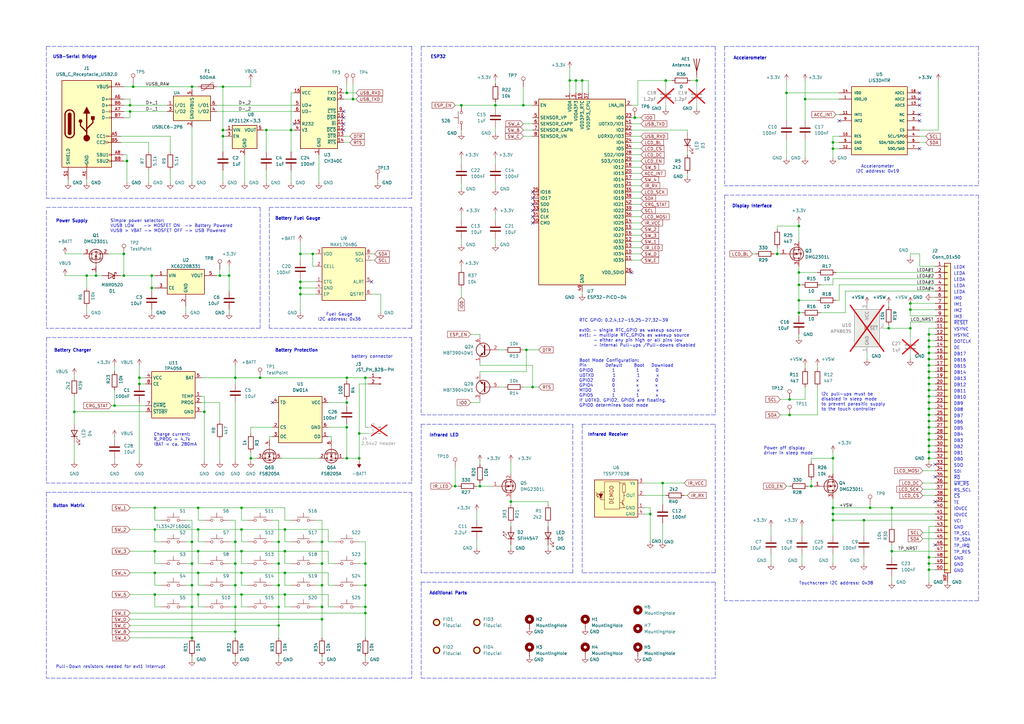
<source format=kicad_sch>
(kicad_sch (version 20231120) (generator "eeschema") (generator_version "8.0")
  (paper "A3")
  (title_block (title "OMOTE - Open Universal Remote") (date "2024-04-01") (rev "4") (company "Maximilian Kern"))
  (junction (at 62.23 113.03))
  (junction (at 53.34 43.18))
  (junction (at 114.3 231.14))
  (junction (at 341.63 60.96))
  (junction (at 215.9 143.51))
  (junction (at 99.06 243.84))
  (junction (at 381 177.8))
  (junction (at 123.19 120.65))
  (junction (at 53.34 45.72))
  (junction (at 327.66 111.76))
  (junction (at 142.24 154.94))
  (junction (at 365.76 208.28))
  (junction (at 341.63 210.82))
  (junction (at 90.17 113.03))
  (junction (at 114.3 240.03))
  (junction (at 123.19 118.11))
  (junction (at 186.69 199.39))
  (junction (at 132.08 222.25))
  (junction (at 381 147.32))
  (junction (at 381 152.4))
  (junction (at 132.08 248.92))
  (junction (at 78.74 248.92))
  (junction (at 381 187.96))
  (junction (at 273.05 33.02))
  (junction (at 214.63 43.18))
  (junction (at 381 231.14))
  (junction (at 81.28 243.84))
  (junction (at 323.85 170.18))
  (junction (at 57.15 154.94))
  (junction (at 381 149.86))
  (junction (at 236.22 33.02))
  (junction (at 381 144.78))
  (junction (at 149.86 251.46))
  (junction (at 116.84 217.17))
  (junction (at 332.74 199.39))
  (junction (at 99.06 226.06))
  (junction (at 81.28 217.17))
  (junction (at 218.44 158.75))
  (junction (at 142.24 187.96))
  (junction (at 271.78 198.12))
  (junction (at 365.76 226.06))
  (junction (at 78.74 261.62))
  (junction (at 149.86 154.94))
  (junction (at 142.24 175.26))
  (junction (at 91.44 55.88))
  (junction (at 381 137.16))
  (junction (at 381 165.1))
  (junction (at 96.52 240.03))
  (junction (at 99.06 234.95))
  (junction (at 114.3 248.92))
  (junction (at 46.99 166.37))
  (junction (at 132.08 231.14))
  (junction (at 102.87 187.96))
  (junction (at 149.86 248.92))
  (junction (at 39.37 113.03))
  (junction (at 128.27 104.14))
  (junction (at 116.84 243.84))
  (junction (at 285.75 33.02))
  (junction (at 78.74 35.56))
  (junction (at 381 180.34))
  (junction (at 381 185.42))
  (junction (at 30.48 168.91))
  (junction (at 318.77 104.14))
  (junction (at 91.44 53.34))
  (junction (at 381 182.88))
  (junction (at 106.68 154.94))
  (junction (at 93.98 113.03))
  (junction (at 381 233.68))
  (junction (at 327.66 116.84))
  (junction (at 381 142.24))
  (junction (at 52.07 66.04))
  (junction (at 373.38 124.46))
  (junction (at 341.63 208.28))
  (junction (at 322.58 38.1))
  (junction (at 81.28 234.95))
  (junction (at 50.8 113.03))
  (junction (at 119.38 53.34))
  (junction (at 81.28 226.06))
  (junction (at 196.85 199.39))
  (junction (at 260.35 48.26))
  (junction (at 341.63 187.96))
  (junction (at 381 160.02))
  (junction (at 96.52 154.94))
  (junction (at 341.63 213.36))
  (junction (at 144.78 40.64))
  (junction (at 373.38 134.62))
  (junction (at 381 154.94))
  (junction (at 132.08 240.03))
  (junction (at 149.86 231.14))
  (junction (at 109.22 53.34))
  (junction (at 381 172.72))
  (junction (at 142.24 165.1))
  (junction (at 364.49 134.62))
  (junction (at 327.66 123.19))
  (junction (at 381 167.64))
  (junction (at 83.82 168.91))
  (junction (at 57.15 157.48))
  (junction (at 78.74 240.03))
  (junction (at 50.8 104.14))
  (junction (at 78.74 231.14))
  (junction (at 123.19 115.57))
  (junction (at 341.63 58.42))
  (junction (at 327.66 92.71))
  (junction (at 330.2 40.64))
  (junction (at 123.19 104.14))
  (junction (at 381 228.6))
  (junction (at 96.52 248.92))
  (junction (at 96.52 231.14))
  (junction (at 96.52 259.08))
  (junction (at 54.61 35.56))
  (junction (at 381 157.48))
  (junction (at 63.5 217.17))
  (junction (at 203.2 43.18))
  (junction (at 209.55 205.74))
  (junction (at 354.33 213.36))
  (junction (at 132.08 254))
  (junction (at 266.7 210.82))
  (junction (at 373.38 127))
  (junction (at 35.56 113.03))
  (junction (at 78.74 222.25))
  (junction (at 381 139.7))
  (junction (at 63.5 208.28))
  (junction (at 147.32 177.8))
  (junction (at 116.84 226.06))
  (junction (at 81.28 208.28))
  (junction (at 99.06 217.17))
  (junction (at 323.85 163.83))
  (junction (at 381 170.18))
  (junction (at 91.44 35.56))
  (junction (at 62.23 118.11))
  (junction (at 142.24 38.1))
  (junction (at 147.32 187.96))
  (junction (at 114.3 256.54))
  (junction (at 114.3 222.25))
  (junction (at 381 175.26))
  (junction (at 149.86 240.03))
  (junction (at 63.5 234.95))
  (junction (at 63.5 226.06))
  (junction (at 116.84 234.95))
  (junction (at 381 162.56))
  (junction (at 189.23 43.18))
  (junction (at 233.68 33.02))
  (junction (at 327.66 128.27))
  (junction (at 96.52 222.25))
  (junction (at 63.5 243.84))
  (junction (at 356.87 208.28))
  (junction (at 238.76 33.02))
  (junction (at 99.06 208.28))
  (no_connect (at 377.19 38.1))
  (no_connect (at 218.44 86.36))
  (no_connect (at 140.97 53.34))
  (no_connect (at 344.17 49.53))
  (no_connect (at 259.08 111.76))
  (no_connect (at 377.19 60.96))
  (no_connect (at 140.97 48.26))
  (no_connect (at 383.54 195.58))
  (no_connect (at 140.97 50.8))
  (no_connect (at 218.44 91.44))
  (no_connect (at 383.54 205.74))
  (no_connect (at 218.44 78.74))
  (no_connect (at 111.76 165.1))
  (no_connect (at 218.44 81.28))
  (no_connect (at 218.44 88.9))
  (no_connect (at 377.19 49.53))
  (no_connect (at 377.19 43.18))
  (no_connect (at 377.19 40.64))
  (no_connect (at 383.54 190.5))
  (no_connect (at 120.65 50.8))
  (no_connect (at 152.4 115.57))
  (no_connect (at 377.19 46.99))
  (no_connect (at 383.54 223.52))
  (no_connect (at 218.44 83.82))
  (no_connect (at 140.97 45.72))
  (wire (pts (xy 35.56 113.03) (xy 39.37 113.03)))
  (wire (pts (xy 266.7 208.28) (xy 264.16 208.28)))
  (wire (pts (xy 46.99 179.07) (xy 46.99 180.34)))
  (wire (pts (xy 63.5 208.28) (xy 63.5 213.36)))
  (wire (pts (xy 341.63 213.36) (xy 341.63 219.71)))
  (wire (pts (xy 383.54 233.68) (xy 381 233.68)))
  (wire (pts (xy 147.32 240.03) (xy 149.86 240.03)))
  (polyline (pts (xy 172.72 173.99) (xy 234.95 173.99)) (stroke (width 0) (type dash)))
  (wire (pts (xy 91.44 55.88) (xy 92.71 55.88)))
  (wire (pts (xy 186.69 191.77) (xy 186.69 199.39)))
  (wire (pts (xy 142.24 38.1) (xy 140.97 38.1)))
  (wire (pts (xy 332.74 187.96) (xy 341.63 187.96)))
  (wire (pts (xy 320.04 163.83) (xy 323.85 163.83)))
  (wire (pts (xy 259.08 55.88) (xy 262.89 55.88)))
  (wire (pts (xy 123.19 120.65) (xy 123.19 118.11)))
  (wire (pts (xy 146.05 38.1) (xy 142.24 38.1)))
  (wire (pts (xy 381 170.18) (xy 383.54 170.18)))
  (wire (pts (xy 381 152.4) (xy 381 154.94)))
  (wire (pts (xy 63.5 231.14) (xy 66.04 231.14)))
  (wire (pts (xy 115.57 187.96) (xy 130.81 187.96)))
  (wire (pts (xy 123.19 104.14) (xy 128.27 104.14)))
  (wire (pts (xy 134.62 248.92) (xy 137.16 248.92)))
  (wire (pts (xy 241.3 38.1) (xy 241.3 33.02)))
  (wire (pts (xy 128.27 104.14) (xy 129.54 104.14)))
  (wire (pts (xy 196.85 149.86) (xy 218.44 149.86)))
  (wire (pts (xy 82.55 168.91) (xy 83.82 168.91)))
  (wire (pts (xy 332.74 187.96) (xy 332.74 189.23)))
  (polyline (pts (xy 19.05 138.43) (xy 19.05 198.12)) (stroke (width 0) (type dash)))
  (wire (pts (xy 149.86 240.03) (xy 149.86 248.92)))
  (wire (pts (xy 147.32 222.25) (xy 149.86 222.25)))
  (wire (pts (xy 259.08 43.18) (xy 261.62 43.18)))
  (wire (pts (xy 128.27 104.14) (xy 128.27 109.22)))
  (wire (pts (xy 377.19 104.14) (xy 377.19 109.22)))
  (wire (pts (xy 318.77 92.71) (xy 318.77 93.98)))
  (wire (pts (xy 318.77 92.71) (xy 327.66 92.71)))
  (polyline (pts (xy 172.72 238.76) (xy 172.72 278.13)) (stroke (width 0) (type dash)))
  (wire (pts (xy 134.62 226.06) (xy 134.62 231.14)))
  (wire (pts (xy 322.58 38.1) (xy 322.58 49.53)))
  (wire (pts (xy 259.08 91.44) (xy 262.89 91.44)))
  (wire (pts (xy 50.8 104.14) (xy 50.8 113.03)))
  (wire (pts (xy 142.24 163.83) (xy 142.24 165.1)))
  (wire (pts (xy 354.33 213.36) (xy 383.54 213.36)))
  (wire (pts (xy 96.52 240.03) (xy 96.52 248.92)))
  (polyline (pts (xy 293.37 238.76) (xy 293.37 278.13)) (stroke (width 0) (type dash)))
  (wire (pts (xy 123.19 115.57) (xy 123.19 114.3)))
  (wire (pts (xy 185.42 199.39) (xy 186.69 199.39)))
  (wire (pts (xy 342.9 46.99) (xy 344.17 46.99)))
  (wire (pts (xy 330.2 40.64) (xy 330.2 49.53)))
  (wire (pts (xy 341.63 55.88) (xy 341.63 58.42)))
  (wire (pts (xy 336.55 116.84) (xy 341.63 116.84)))
  (wire (pts (xy 381 228.6) (xy 381 231.14)))
  (wire (pts (xy 96.52 165.1) (xy 96.52 189.23)))
  (wire (pts (xy 203.2 33.02) (xy 203.2 34.29)))
  (wire (pts (xy 152.4 120.65) (xy 156.21 120.65)))
  (wire (pts (xy 195.58 199.39) (xy 196.85 199.39)))
  (wire (pts (xy 46.99 166.37) (xy 59.69 166.37)))
  (wire (pts (xy 35.56 113.03) (xy 26.67 113.03)))
  (wire (pts (xy 381 149.86) (xy 381 152.4)))
  (wire (pts (xy 260.35 48.26) (xy 262.89 48.26)))
  (wire (pts (xy 384.81 53.34) (xy 384.81 33.02)))
  (wire (pts (xy 81.28 217.17) (xy 99.06 217.17)))
  (wire (pts (xy 203.2 41.91) (xy 203.2 43.18)))
  (wire (pts (xy 330.2 151.13) (xy 330.2 149.86)))
  (wire (pts (xy 203.2 90.17) (xy 203.2 87.63)))
  (wire (pts (xy 142.24 154.94) (xy 149.86 154.94)))
  (wire (pts (xy 82.55 165.1) (xy 90.17 165.1)))
  (wire (pts (xy 264.16 198.12) (xy 271.78 198.12)))
  (wire (pts (xy 238.76 120.65) (xy 238.76 119.38)))
  (wire (pts (xy 341.63 114.3) (xy 383.54 114.3)))
  (wire (pts (xy 49.53 113.03) (xy 50.8 113.03)))
  (wire (pts (xy 259.08 60.96) (xy 262.89 60.96)))
  (wire (pts (xy 381 147.32) (xy 383.54 147.32)))
  (wire (pts (xy 364.49 134.62) (xy 373.38 134.62)))
  (wire (pts (xy 266.7 210.82) (xy 266.7 208.28)))
  (wire (pts (xy 341.63 204.47) (xy 341.63 208.28)))
  (wire (pts (xy 27.94 73.66) (xy 27.94 74.93)))
  (wire (pts (xy 83.82 168.91) (xy 83.82 189.23)))
  (wire (pts (xy 381 137.16) (xy 383.54 137.16)))
  (wire (pts (xy 110.49 179.07) (xy 110.49 180.34)))
  (wire (pts (xy 383.54 119.38) (xy 346.71 119.38)))
  (wire (pts (xy 144.78 34.29) (xy 144.78 40.64)))
  (wire (pts (xy 259.08 58.42) (xy 262.89 58.42)))
  (wire (pts (xy 327.66 128.27) (xy 327.66 129.54)))
  (wire (pts (xy 142.24 34.29) (xy 142.24 38.1)))
  (wire (pts (xy 224.79 223.52) (xy 224.79 224.79)))
  (wire (pts (xy 259.08 53.34) (xy 281.94 53.34)))
  (wire (pts (xy 63.5 213.36) (xy 66.04 213.36)))
  (wire (pts (xy 327.66 128.27) (xy 328.93 128.27)))
  (wire (pts (xy 322.58 38.1) (xy 344.17 38.1)))
  (polyline (pts (xy 293.37 234.95) (xy 238.76 234.95)) (stroke (width 0) (type dash)))
  (wire (pts (xy 39.37 113.03) (xy 41.91 113.03)))
  (wire (pts (xy 259.08 99.06) (xy 262.89 99.06)))
  (wire (pts (xy 316.23 215.9) (xy 316.23 219.71)))
  (polyline (pts (xy 297.18 19.05) (xy 401.32 19.05)) (stroke (width 0) (type dash)))
  (wire (pts (xy 69.85 55.88) (xy 69.85 62.23)))
  (wire (pts (xy 218.44 158.75) (xy 220.98 158.75)))
  (wire (pts (xy 241.3 33.02) (xy 238.76 33.02)))
  (wire (pts (xy 49.53 58.42) (xy 60.96 58.42)))
  (wire (pts (xy 189.23 74.93) (xy 189.23 77.47)))
  (wire (pts (xy 53.34 43.18) (xy 68.58 43.18)))
  (wire (pts (xy 129.54 240.03) (xy 132.08 240.03)))
  (wire (pts (xy 381 233.68) (xy 381 238.76)))
  (wire (pts (xy 82.55 154.94) (xy 96.52 154.94)))
  (wire (pts (xy 330.2 57.15) (xy 330.2 64.77)))
  (wire (pts (xy 204.47 158.75) (xy 207.01 158.75)))
  (wire (pts (xy 134.62 231.14) (xy 137.16 231.14)))
  (polyline (pts (xy 293.37 170.18) (xy 172.72 170.18)) (stroke (width 0) (type dash)))
  (wire (pts (xy 193.04 165.1) (xy 196.85 165.1)))
  (wire (pts (xy 49.53 55.88) (xy 69.85 55.88)))
  (polyline (pts (xy 110.49 85.09) (xy 168.91 85.09)) (stroke (width 0) (type dash)))
  (wire (pts (xy 381 177.8) (xy 383.54 177.8)))
  (wire (pts (xy 105.41 187.96) (xy 102.87 187.96)))
  (wire (pts (xy 76.2 213.36) (xy 78.74 213.36)))
  (wire (pts (xy 151.13 157.48) (xy 147.32 157.48)))
  (wire (pts (xy 186.69 43.18) (xy 189.23 43.18)))
  (wire (pts (xy 344.17 40.64) (xy 330.2 40.64)))
  (wire (pts (xy 50.8 35.56) (xy 54.61 35.56)))
  (wire (pts (xy 99.06 217.17) (xy 99.06 222.25)))
  (wire (pts (xy 39.37 111.76) (xy 39.37 113.03)))
  (wire (pts (xy 153.67 106.68) (xy 152.4 106.68)))
  (wire (pts (xy 132.08 248.92) (xy 132.08 254)))
  (wire (pts (xy 383.54 220.98) (xy 378.46 220.98)))
  (wire (pts (xy 342.9 123.19) (xy 344.17 123.19)))
  (wire (pts (xy 60.96 58.42) (xy 60.96 62.23)))
  (wire (pts (xy 78.74 231.14) (xy 78.74 240.03)))
  (polyline (pts (xy 172.72 19.05) (xy 172.72 170.18)) (stroke (width 0) (type dash)))
  (wire (pts (xy 377.19 109.22) (xy 383.54 109.22)))
  (wire (pts (xy 99.06 226.06) (xy 99.06 231.14)))
  (wire (pts (xy 233.68 33.02) (xy 233.68 38.1)))
  (polyline (pts (xy 293.37 278.13) (xy 172.72 278.13)) (stroke (width 0) (type dash)))
  (wire (pts (xy 364.49 133.35) (xy 364.49 134.62)))
  (wire (pts (xy 52.07 63.5) (xy 52.07 66.04)))
  (wire (pts (xy 151.13 175.26) (xy 149.86 175.26)))
  (wire (pts (xy 341.63 210.82) (xy 341.63 208.28)))
  (wire (pts (xy 381 160.02) (xy 381 162.56)))
  (wire (pts (xy 332.74 196.85) (xy 332.74 199.39)))
  (wire (pts (xy 281.94 53.34) (xy 281.94 54.61)))
  (wire (pts (xy 88.9 43.18) (xy 120.65 43.18)))
  (wire (pts (xy 142.24 175.26) (xy 142.24 173.99)))
  (polyline (pts (xy 172.72 19.05) (xy 293.37 19.05)) (stroke (width 0) (type dash)))
  (wire (pts (xy 135.89 179.07) (xy 135.89 180.34)))
  (wire (pts (xy 111.76 179.07) (xy 110.49 179.07)))
  (polyline (pts (xy 297.18 80.01) (xy 297.18 246.38)) (stroke (width 0) (type dash)))
  (wire (pts (xy 341.63 187.96) (xy 341.63 194.31)))
  (wire (pts (xy 35.56 113.03) (xy 35.56 118.11)))
  (wire (pts (xy 196.85 152.4) (xy 215.9 152.4)))
  (wire (pts (xy 143.51 55.88) (xy 140.97 55.88)))
  (wire (pts (xy 26.67 104.14) (xy 34.29 104.14)))
  (wire (pts (xy 78.74 35.56) (xy 81.28 35.56)))
  (wire (pts (xy 53.34 45.72) (xy 68.58 45.72)))
  (wire (pts (xy 373.38 104.14) (xy 373.38 105.41)))
  (wire (pts (xy 280.67 198.12) (xy 271.78 198.12)))
  (polyline (pts (xy 19.05 85.09) (xy 106.68 85.09)) (stroke (width 0) (type dash)))
  (wire (pts (xy 132.08 222.25) (xy 132.08 231.14)))
  (wire (pts (xy 63.5 243.84) (xy 81.28 243.84)))
  (wire (pts (xy 259.08 86.36) (xy 262.89 86.36)))
  (wire (pts (xy 327.66 109.22) (xy 327.66 111.76)))
  (wire (pts (xy 114.3 231.14) (xy 114.3 240.03)))
  (wire (pts (xy 381 162.56) (xy 381 165.1)))
  (wire (pts (xy 273.05 44.45) (xy 273.05 43.18)))
  (wire (pts (xy 285.75 31.75) (xy 285.75 33.02)))
  (wire (pts (xy 373.38 132.08) (xy 373.38 134.62)))
  (wire (pts (xy 264.16 210.82) (xy 266.7 210.82)))
  (wire (pts (xy 62.23 113.03) (xy 62.23 118.11)))
  (wire (pts (xy 322.58 33.02) (xy 322.58 38.1)))
  (wire (pts (xy 203.2 43.18) (xy 203.2 44.45)))
  (polyline (pts (xy 19.05 138.43) (xy 168.91 138.43)) (stroke (width 0) (type dash)))
  (wire (pts (xy 81.28 226.06) (xy 81.28 231.14)))
  (wire (pts (xy 236.22 38.1) (xy 236.22 33.02)))
  (wire (pts (xy 381 189.23) (xy 381 187.96)))
  (wire (pts (xy 109.22 53.34) (xy 109.22 62.23)))
  (wire (pts (xy 271.78 198.12) (xy 271.78 207.01)))
  (wire (pts (xy 50.8 40.64) (xy 53.34 40.64)))
  (wire (pts (xy 381 144.78) (xy 383.54 144.78)))
  (wire (pts (xy 320.04 104.14) (xy 318.77 104.14)))
  (wire (pts (xy 114.3 240.03) (xy 114.3 248.92)))
  (wire (pts (xy 259.08 88.9) (xy 262.89 88.9)))
  (wire (pts (xy 53.34 256.54) (xy 114.3 256.54)))
  (wire (pts (xy 129.54 222.25) (xy 132.08 222.25)))
  (polyline (pts (xy 238.76 173.99) (xy 238.76 234.95)) (stroke (width 0) (type dash)))
  (polyline (pts (xy 238.76 173.99) (xy 293.37 173.99)) (stroke (width 0) (type dash)))
  (wire (pts (xy 129.54 120.65) (xy 123.19 120.65)))
  (wire (pts (xy 62.23 113.03) (xy 63.5 113.03)))
  (wire (pts (xy 203.2 74.93) (xy 203.2 77.47)))
  (wire (pts (xy 218.44 158.75) (xy 214.63 158.75)))
  (wire (pts (xy 285.75 33.02) (xy 283.21 33.02)))
  (wire (pts (xy 76.2 240.03) (xy 78.74 240.03)))
  (wire (pts (xy 266.7 210.82) (xy 266.7 222.25)))
  (wire (pts (xy 381 160.02) (xy 383.54 160.02)))
  (wire (pts (xy 81.28 231.14) (xy 83.82 231.14)))
  (wire (pts (xy 381 144.78) (xy 381 147.32)))
  (wire (pts (xy 383.54 124.46) (xy 373.38 124.46)))
  (wire (pts (xy 109.22 53.34) (xy 119.38 53.34)))
  (wire (pts (xy 381 215.9) (xy 381 228.6)))
  (wire (pts (xy 381 180.34) (xy 381 182.88)))
  (wire (pts (xy 381 142.24) (xy 381 144.78)))
  (wire (pts (xy 344.17 55.88) (xy 341.63 55.88)))
  (wire (pts (xy 381 182.88) (xy 383.54 182.88)))
  (wire (pts (xy 259.08 104.14) (xy 262.89 104.14)))
  (wire (pts (xy 69.85 69.85) (xy 69.85 74.93)))
  (wire (pts (xy 281.94 72.39) (xy 281.94 71.12)))
  (wire (pts (xy 264.16 203.2) (xy 273.05 203.2)))
  (wire (pts (xy 90.17 113.03) (xy 93.98 113.03)))
  (wire (pts (xy 119.38 38.1) (xy 120.65 38.1)))
  (wire (pts (xy 30.48 189.23) (xy 30.48 181.61)))
  (wire (pts (xy 62.23 118.11) (xy 62.23 119.38)))
  (polyline (pts (xy 234.95 234.95) (xy 172.72 234.95)) (stroke (width 0) (type dash)))
  (wire (pts (xy 322.58 199.39) (xy 323.85 199.39)))
  (wire (pts (xy 285.75 44.45) (xy 285.75 43.18)))
  (wire (pts (xy 53.34 261.62) (xy 78.74 261.62)))
  (wire (pts (xy 93.98 240.03) (xy 96.52 240.03)))
  (wire (pts (xy 381 167.64) (xy 381 170.18)))
  (polyline (pts (xy 106.68 134.62) (xy 19.05 134.62)) (stroke (width 0) (type dash)))
  (wire (pts (xy 57.15 154.94) (xy 57.15 157.48)))
  (wire (pts (xy 218.44 50.8) (xy 214.63 50.8)))
  (wire (pts (xy 203.2 54.61) (xy 203.2 52.07)))
  (polyline (pts (xy 19.05 201.93) (xy 19.05 278.13)) (stroke (width 0) (type dash)))
  (wire (pts (xy 322.58 57.15) (xy 322.58 64.77)))
  (wire (pts (xy 82.55 162.56) (xy 83.82 162.56)))
  (wire (pts (xy 214.63 35.56) (xy 214.63 43.18)))
  (wire (pts (xy 261.62 43.18) (xy 261.62 33.02)))
  (wire (pts (xy 189.23 110.49) (xy 189.23 109.22)))
  (wire (pts (xy 383.54 127) (xy 373.38 127)))
  (wire (pts (xy 273.05 35.56) (xy 273.05 33.02)))
  (wire (pts (xy 44.45 104.14) (xy 50.8 104.14)))
  (wire (pts (xy 53.34 208.28) (xy 63.5 208.28)))
  (wire (pts (xy 35.56 73.66) (xy 35.56 74.93)))
  (wire (pts (xy 335.28 170.18) (xy 323.85 170.18)))
  (wire (pts (xy 93.98 248.92) (xy 96.52 248.92)))
  (wire (pts (xy 96.52 270.51) (xy 96.52 269.24)))
  (wire (pts (xy 233.68 27.94) (xy 233.68 33.02)))
  (wire (pts (xy 259.08 106.68) (xy 262.89 106.68)))
  (wire (pts (xy 381 139.7) (xy 383.54 139.7)))
  (wire (pts (xy 381 175.26) (xy 383.54 175.26)))
  (wire (pts (xy 63.5 208.28) (xy 81.28 208.28)))
  (wire (pts (xy 81.28 208.28) (xy 99.06 208.28)))
  (wire (pts (xy 236.22 33.02) (xy 233.68 33.02)))
  (wire (pts (xy 57.15 165.1) (xy 57.15 189.23)))
  (wire (pts (xy 114.3 256.54) (xy 114.3 261.62)))
  (wire (pts (xy 209.55 205.74) (xy 209.55 207.01)))
  (polyline (pts (xy 293.37 234.95) (xy 293.37 173.99)) (stroke (width 0) (type dash)))
  (wire (pts (xy 196.85 198.12) (xy 196.85 199.39)))
  (wire (pts (xy 62.23 127) (xy 62.23 128.27)))
  (wire (pts (xy 381 149.86) (xy 383.54 149.86)))
  (wire (pts (xy 189.23 121.92) (xy 189.23 118.11)))
  (wire (pts (xy 99.06 222.25) (xy 101.6 222.25)))
  (wire (pts (xy 119.38 38.1) (xy 119.38 53.34)))
  (wire (pts (xy 281.94 62.23) (xy 281.94 63.5)))
  (wire (pts (xy 30.48 168.91) (xy 59.69 168.91)))
  (wire (pts (xy 81.28 243.84) (xy 99.06 243.84)))
  (wire (pts (xy 356.87 208.28) (xy 365.76 208.28)))
  (wire (pts (xy 99.06 213.36) (xy 101.6 213.36)))
  (wire (pts (xy 381 172.72) (xy 381 175.26)))
  (wire (pts (xy 381 167.64) (xy 383.54 167.64)))
  (wire (pts (xy 143.51 58.42) (xy 140.97 58.42)))
  (wire (pts (xy 186.69 199.39) (xy 187.96 199.39)))
  (wire (pts (xy 116.84 213.36) (xy 119.38 213.36)))
  (wire (pts (xy 109.22 69.85) (xy 109.22 74.93)))
  (wire (pts (xy 50.8 63.5) (xy 52.07 63.5)))
  (wire (pts (xy 116.84 226.06) (xy 134.62 226.06)))
  (wire (pts (xy 381 157.48) (xy 381 160.02)))
  (wire (pts (xy 378.46 203.2) (xy 383.54 203.2)))
  (wire (pts (xy 381 182.88) (xy 381 185.42)))
  (wire (pts (xy 354.33 227.33) (xy 354.33 231.14)))
  (wire (pts (xy 114.3 222.25) (xy 114.3 231.14)))
  (polyline (pts (xy 168.91 134.62) (xy 110.49 134.62)) (stroke (width 0) (type dash)))
  (wire (pts (xy 149.86 154.94) (xy 151.13 154.94)))
  (wire (pts (xy 57.15 149.86) (xy 57.15 154.94)))
  (wire (pts (xy 381 134.62) (xy 383.54 134.62)))
  (wire (pts (xy 215.9 143.51) (xy 220.98 143.51)))
  (wire (pts (xy 327.66 116.84) (xy 327.66 123.19)))
  (wire (pts (xy 63.5 226.06) (xy 63.5 231.14)))
  (wire (pts (xy 81.28 248.92) (xy 83.82 248.92)))
  (wire (pts (xy 63.5 222.25) (xy 66.04 222.25)))
  (wire (pts (xy 364.49 124.46) (xy 364.49 125.73)))
  (wire (pts (xy 96.52 154.94) (xy 106.68 154.94)))
  (wire (pts (xy 88.9 45.72) (xy 120.65 45.72)))
  (wire (pts (xy 335.28 111.76) (xy 327.66 111.76)))
  (wire (pts (xy 346.71 128.27) (xy 336.55 128.27)))
  (wire (pts (xy 81.28 243.84) (xy 81.28 248.92)))
  (wire (pts (xy 259.08 101.6) (xy 262.89 101.6)))
  (wire (pts (xy 99.06 234.95) (xy 99.06 240.03)))
  (wire (pts (xy 328.93 215.9) (xy 328.93 219.71)))
  (wire (pts (xy 102.87 187.96) (xy 102.87 189.23)))
  (wire (pts (xy 332.74 199.39) (xy 334.01 199.39)))
  (wire (pts (xy 96.52 154.94) (xy 96.52 157.48)))
  (wire (pts (xy 99.06 240.03) (xy 101.6 240.03)))
  (wire (pts (xy 373.38 134.62) (xy 373.38 138.43)))
  (polyline (pts (xy 401.32 246.38) (xy 297.18 246.38)) (stroke (width 0) (type dash)))
  (wire (pts (xy 259.08 93.98) (xy 262.89 93.98)))
  (wire (pts (xy 81.28 234.95) (xy 81.28 240.03)))
  (wire (pts (xy 373.38 147.32) (xy 373.38 146.05)))
  (wire (pts (xy 238.76 38.1) (xy 238.76 33.02)))
  (wire (pts (xy 53.34 251.46) (xy 149.86 251.46)))
  (wire (pts (xy 195.58 220.98) (xy 195.58 224.79)))
  (wire (pts (xy 331.47 199.39) (xy 332.74 199.39)))
  (wire (pts (xy 382.27 121.92) (xy 383.54 121.92)))
  (polyline (pts (xy 168.91 85.09) (xy 168.91 134.62)) (stroke (width 0) (type dash)))
  (wire (pts (xy 123.19 115.57) (xy 129.54 115.57)))
  (wire (pts (xy 78.74 35.56) (xy 78.74 36.83)))
  (wire (pts (xy 93.98 127) (xy 93.98 128.27)))
  (wire (pts (xy 63.5 217.17) (xy 81.28 217.17)))
  (wire (pts (xy 99.06 231.14) (xy 101.6 231.14)))
  (wire (pts (xy 328.93 227.33) (xy 328.93 231.14)))
  (wire (pts (xy 381 185.42) (xy 383.54 185.42)))
  (wire (pts (xy 196.85 189.23) (xy 196.85 190.5)))
  (wire (pts (xy 132.08 270.51) (xy 132.08 269.24)))
  (wire (pts (xy 111.76 240.03) (xy 114.3 240.03)))
  (wire (pts (xy 116.84 234.95) (xy 134.62 234.95)))
  (wire (pts (xy 383.54 231.14) (xy 381 231.14)))
  (wire (pts (xy 142.24 165.1) (xy 142.24 166.37)))
  (wire (pts (xy 146.05 40.64) (xy 144.78 40.64)))
  (wire (pts (xy 215.9 143.51) (xy 214.63 143.51)))
  (wire (pts (xy 365.76 208.28) (xy 365.76 215.9)))
  (wire (pts (xy 120.65 53.34) (xy 119.38 53.34)))
  (wire (pts (xy 59.69 157.48) (xy 57.15 157.48)))
  (wire (pts (xy 78.74 270.51) (xy 78.74 269.24)))
  (wire (pts (xy 116.84 226.06) (xy 116.84 231.14)))
  (wire (pts (xy 149.86 248.92) (xy 149.86 251.46)))
  (wire (pts (xy 35.56 128.27) (xy 35.56 125.73)))
  (wire (pts (xy 381 162.56) (xy 383.54 162.56)))
  (wire (pts (xy 53.34 226.06) (xy 63.5 226.06)))
  (polyline (pts (xy 110.49 134.62) (xy 110.49 85.09)) (stroke (width 0) (type dash)))
  (wire (pts (xy 196.85 199.39) (xy 201.93 199.39)))
  (wire (pts (xy 111.76 213.36) (xy 114.3 213.36)))
  (polyline (pts (xy 168.91 19.05) (xy 168.91 81.28)) (stroke (width 0) (type dash)))
  (wire (pts (xy 91.44 35.56) (xy 102.87 35.56)))
  (wire (pts (xy 271.78 214.63) (xy 271.78 222.25)))
  (wire (pts (xy 76.2 231.14) (xy 78.74 231.14)))
  (wire (pts (xy 116.84 243.84) (xy 116.84 248.92)))
  (wire (pts (xy 373.38 104.14) (xy 377.19 104.14)))
  (wire (pts (xy 381 147.32) (xy 381 149.86)))
  (wire (pts (xy 123.19 106.68) (xy 123.19 104.14)))
  (wire (pts (xy 134.62 243.84) (xy 134.62 248.92)))
  (wire (pts (xy 381 187.96) (xy 383.54 187.96)))
  (wire (pts (xy 30.48 168.91) (xy 30.48 173.99)))
  (wire (pts (xy 46.99 149.86) (xy 46.99 152.4)))
  (wire (pts (xy 78.74 213.36) (xy 78.74 222.25)))
  (wire (pts (xy 123.19 120.65) (xy 123.19 128.27)))
  (wire (pts (xy 93.98 213.36) (xy 96.52 213.36)))
  (wire (pts (xy 383.54 129.54) (xy 373.38 129.54)))
  (polyline (pts (xy 168.91 138.43) (xy 168.91 198.12)) (stroke (width 0) (type dash)))
  (wire (pts (xy 209.55 205.74) (xy 224.79 205.74)))
  (wire (pts (xy 381 175.26) (xy 381 177.8)))
  (wire (pts (xy 81.28 208.28) (xy 81.28 213.36)))
  (wire (pts (xy 147.32 177.8) (xy 151.13 177.8)))
  (wire (pts (xy 99.06 226.06) (xy 116.84 226.06)))
  (wire (pts (xy 378.46 218.44) (xy 383.54 218.44)))
  (wire (pts (xy 373.38 129.54) (xy 373.38 127)))
  (wire (pts (xy 90.17 110.49) (xy 90.17 113.03)))
  (polyline (pts (xy 297.18 19.05) (xy 297.18 76.2)) (stroke (width 0) (type dash)))
  (wire (pts (xy 209.55 189.23) (xy 209.55 194.31)))
  (wire (pts (xy 381 157.48) (xy 383.54 157.48)))
  (wire (pts (xy 63.5 217.17) (xy 63.5 222.25)))
  (wire (pts (xy 78.74 222.25) (xy 78.74 231.14)))
  (polyline (pts (xy 401.32 80.01) (xy 401.32 246.38)) (stroke (width 0) (type dash)))
  (polyline (pts (xy 401.32 19.05) (xy 401.32 76.2)) (stroke (width 0) (type dash)))
  (wire (pts (xy 381 139.7) (xy 381 142.24)))
  (wire (pts (xy 373.38 132.08) (xy 383.54 132.08)))
  (wire (pts (xy 114.3 270.51) (xy 114.3 269.24)))
  (wire (pts (xy 50.8 66.04) (xy 52.07 66.04)))
  (wire (pts (xy 123.19 118.11) (xy 123.19 115.57)))
  (wire (pts (xy 50.8 43.18) (xy 53.34 43.18)))
  (wire (pts (xy 330.2 33.02) (xy 330.2 40.64)))
  (wire (pts (xy 149.86 231.14) (xy 149.86 240.03)))
  (wire (pts (xy 99.06 248.92) (xy 101.6 248.92)))
  (wire (pts (xy 129.54 231.14) (xy 132.08 231.14)))
  (wire (pts (xy 116.84 240.03) (xy 119.38 240.03)))
  (wire (pts (xy 134.62 165.1) (xy 142.24 165.1)))
  (wire (pts (xy 81.28 240.03) (xy 83.82 240.03)))
  (wire (pts (xy 381 165.1) (xy 381 167.64)))
  (wire (pts (xy 356.87 207.01) (xy 356.87 208.28)))
  (wire (pts (xy 330.2 163.83) (xy 323.85 163.83)))
  (wire (pts (xy 54.61 35.56) (xy 78.74 35.56)))
  (wire (pts (xy 259.08 71.12) (xy 262.89 71.12)))
  (wire (pts (xy 327.66 91.44) (xy 327.66 92.71)))
  (wire (pts (xy 53.34 217.17) (xy 63.5 217.17)))
  (wire (pts (xy 63.5 234.95) (xy 63.5 240.03)))
  (wire (pts (xy 363.22 134.62) (xy 364.49 134.62)))
  (wire (pts (xy 52.07 66.04) (xy 52.07 74.93)))
  (wire (pts (xy 116.84 231.14) (xy 119.38 231.14)))
  (wire (pts (xy 53.34 234.95) (xy 63.5 234.95)))
  (wire (pts (xy 381 172.72) (xy 383.54 172.72)))
  (wire (pts (xy 189.23 54.61) (xy 189.23 53.34)))
  (polyline (pts (xy 168.91 81.28) (xy 19.05 81.28)) (stroke (width 0) (type dash)))
  (wire (pts (xy 218.44 149.86) (xy 218.44 158.75)))
  (wire (pts (xy 63.5 248.92) (xy 66.04 248.92)))
  (wire (pts (xy 189.23 97.79) (xy 189.23 100.33)))
  (wire (pts (xy 111.76 175.26) (xy 102.87 175.26)))
  (wire (pts (xy 116.84 234.95) (xy 116.84 240.03)))
  (wire (pts (xy 134.62 217.17) (xy 134.62 222.25)))
  (wire (pts (xy 134.62 240.03) (xy 137.16 240.03)))
  (wire (pts (xy 60.96 69.85) (xy 60.96 74.93)))
  (wire (pts (xy 209.55 204.47) (xy 209.55 205.74)))
  (wire (pts (xy 30.48 162.56) (xy 30.48 168.91)))
  (wire (pts (xy 134.62 234.95) (xy 134.62 240.03)))
  (wire (pts (xy 149.86 222.25) (xy 149.86 231.14)))
  (wire (pts (xy 102.87 185.42) (xy 102.87 187.96)))
  (wire (pts (xy 377.19 58.42) (xy 379.73 58.42)))
  (wire (pts (xy 261.62 33.02) (xy 273.05 33.02)))
  (wire (pts (xy 224.79 214.63) (xy 224.79 215.9)))
  (wire (pts (xy 383.54 215.9) (xy 381 215.9)))
  (wire (pts (xy 259.08 66.04) (xy 262.89 66.04)))
  (wire (pts (xy 328.93 116.84) (xy 327.66 116.84)))
  (wire (pts (xy 119.38 69.85) (xy 119.38 74.93)))
  (wire (pts (xy 142.24 156.21) (xy 142.24 154.94)))
  (wire (pts (xy 341.63 213.36) (xy 354.33 213.36)))
  (wire (pts (xy 81.28 234.95) (xy 99.06 234.95)))
  (polyline (pts (xy 293.37 19.05) (xy 293.37 170.18)) (stroke (width 0) (type dash)))
  (wire (pts (xy 154.94 74.93) (xy 154.94 73.66)))
  (wire (pts (xy 341.63 213.36) (xy 341.63 210.82)))
  (wire (pts (xy 189.23 67.31) (xy 189.23 64.77)))
  (wire (pts (xy 96.52 213.36) (xy 96.52 222.25)))
  (wire (pts (xy 76.2 248.92) (xy 78.74 248.92)))
  (wire (pts (xy 318.77 101.6) (xy 318.77 104.14)))
  (wire (pts (xy 81.28 213.36) (xy 83.82 213.36)))
  (wire (pts (xy 383.54 228.6) (xy 381 228.6)))
  (wire (pts (xy 130.81 63.5) (xy 130.81 74.93)))
  (wire (pts (xy 102.87 175.26) (xy 102.87 177.8)))
  (wire (pts (xy 81.28 217.17) (xy 81.28 222.25)))
  (wire (pts (xy 149.86 270.51) (xy 149.86 269.24)))
  (wire (pts (xy 149.86 251.46) (xy 149.86 261.62)))
  (wire (pts (xy 203.2 67.31) (xy 203.2 64.77)))
  (wire (pts (xy 316.23 227.33) (xy 316.23 231.14)))
  (wire (pts (xy 273.05 33.02) (xy 275.59 33.02)))
  (wire (pts (xy 93.98 113.03) (xy 93.98 119.38)))
  (wire (pts (xy 341.63 187.96) (xy 341.63 185.42)))
  (wire (pts (xy 259.08 78.74) (xy 262.89 78.74)))
  (wire (pts (xy 342.9 111.76) (xy 383.54 111.76)))
  (wire (pts (xy 193.04 137.16) (xy 196.85 137.16)))
  (polyline (pts (xy 19.05 201.93) (xy 168.91 201.93)) (stroke (width 0) (type dash)))
  (wire (pts (xy 365.76 226.06) (xy 365.76 223.52)))
  (polyline (pts (xy 19.05 19.05) (xy 19.05 81.28)) (stroke (width 0) (type dash)))
  (wire (pts (xy 99.06 208.28) (xy 99.06 213.36)))
  (wire (pts (xy 373.38 127) (xy 373.38 124.46)))
  (wire (pts (xy 99.06 243.84) (xy 116.84 243.84)))
  (wire (pts (xy 262.89 76.2) (xy 259.08 76.2)))
  (wire (pts (xy 91.44 35.56) (xy 91.44 53.34)))
  (wire (pts (xy 129.54 213.36) (xy 132.08 213.36)))
  (wire (pts (xy 149.86 154.94) (xy 149.86 175.26)))
  (wire (pts (xy 209.55 214.63) (xy 209.55 215.9)))
  (wire (pts (xy 341.63 208.28) (xy 356.87 208.28)))
  (wire (pts (xy 91.44 53.34) (xy 92.71 53.34)))
  (wire (pts (xy 259.08 73.66) (xy 262.89 73.66)))
  (wire (pts (xy 365.76 226.06) (xy 383.54 226.06)))
  (polyline (pts (xy 168.91 201.93) (xy 168.91 278.13)) (stroke (width 0) (type dash)))
  (wire (pts (xy 91.44 35.56) (xy 88.9 35.56)))
  (wire (pts (xy 195.58 209.55) (xy 195.58 213.36)))
  (wire (pts (xy 114.3 248.92) (xy 114.3 256.54)))
  (wire (pts (xy 341.63 60.96) (xy 341.63 64.77)))
  (wire (pts (xy 99.06 234.95) (xy 116.84 234.95)))
  (wire (pts (xy 381 185.42) (xy 381 187.96)))
  (polyline (pts (xy 297.18 80.01) (xy 401.32 80.01)) (stroke (width 0) (type dash)))
  (wire (pts (xy 327.66 92.71) (xy 327.66 99.06)))
  (wire (pts (xy 189.23 43.18) (xy 203.2 43.18)))
  (wire (pts (xy 96.52 154.94) (xy 96.52 149.86)))
  (wire (pts (xy 63.5 234.95) (xy 81.28 234.95)))
  (wire (pts (xy 88.9 113.03) (xy 90.17 113.03)))
  (wire (pts (xy 259.08 48.26) (xy 260.35 48.26)))
  (wire (pts (xy 379.73 55.88) (xy 377.19 55.88)))
  (wire (pts (xy 381 177.8) (xy 381 180.34)))
  (wire (pts (xy 53.34 243.84) (xy 63.5 243.84)))
  (polyline (pts (xy 172.72 173.99) (xy 172.72 234.95)) (stroke (width 0) (type dash)))
  (wire (pts (xy 116.84 243.84) (xy 134.62 243.84)))
  (wire (pts (xy 53.34 254) (xy 132.08 254)))
  (wire (pts (xy 50.8 45.72) (xy 53.34 45.72)))
  (wire (pts (xy 116.84 217.17) (xy 134.62 217.17)))
  (wire (pts (xy 381 142.24) (xy 383.54 142.24)))
  (wire (pts (xy 327.66 137.16) (xy 327.66 138.43)))
  (wire (pts (xy 381 154.94) (xy 381 157.48)))
  (wire (pts (xy 381 152.4) (xy 383.54 152.4)))
  (wire (pts (xy 134.62 179.07) (xy 135.89 179.07)))
  (wire (pts (xy 147.32 231.14) (xy 149.86 231.14)))
  (polyline (pts (xy 106.68 85.09) (xy 106.68 134.62)) (stroke (width 0) (type dash)))
  (wire (pts (xy 218.44 53.34) (xy 214.63 53.34)))
  (wire (pts (xy 99.06 208.28) (xy 116.84 208.28)))
  (polyline (pts (xy 234.95 173.99) (xy 234.95 234.95)) (stroke (width 0) (type dash)))
  (wire (pts (xy 96.52 222.25) (xy 96.52 231.14)))
  (wire (pts (xy 129.54 248.92) (xy 132.08 248.92)))
  (wire (pts (xy 365.76 226.06) (xy 365.76 228.6)))
  (wire (pts (xy 327.66 111.76) (xy 327.66 116.84)))
  (wire (pts (xy 93.98 109.22) (xy 93.98 113.03)))
  (wire (pts (xy 99.06 217.17) (xy 116.84 217.17)))
  (wire (pts (xy 91.44 74.93) (xy 91.44 69.85)))
  (polyline (pts (xy 401.32 76.2) (xy 297.18 76.2)) (stroke (width 0) (type dash)))
  (wire (pts (xy 341.63 58.42) (xy 344.17 58.42)))
  (wire (pts (xy 114.3 213.36) (xy 114.3 222.25)))
  (wire (pts (xy 116.84 208.28) (xy 116.84 213.36)))
  (wire (pts (xy 262.89 83.82) (xy 259.08 83.82)))
  (wire (pts (xy 99.06 243.84) (xy 99.06 248.92)))
  (wire (pts (xy 377.19 53.34) (xy 384.81 53.34)))
  (polyline (pts (xy 172.72 238.76) (xy 293.37 238.76)) (stroke (width 0) (type dash)))
  (wire (pts (xy 327.66 123.19) (xy 335.28 123.19)))
  (wire (pts (xy 152.4 104.14) (xy 153.67 104.14)))
  (wire (pts (xy 203.2 97.79) (xy 203.2 100.33)))
  (wire (pts (xy 46.99 187.96) (xy 46.99 189.23)))
  (wire (pts (xy 96.52 259.08) (xy 96.52 261.62)))
  (wire (pts (xy 381 134.62) (xy 381 137.16)))
  (wire (pts (xy 335.28 151.13) (xy 335.28 149.86)))
  (wire (pts (xy 341.63 227.33) (xy 341.63 231.14)))
  (wire (pts (xy 259.08 81.28) (xy 262.89 81.28)))
  (wire (pts (xy 132.08 240.03) (xy 132.08 248.92)))
  (wire (pts (xy 259.08 63.5) (xy 262.89 63.5)))
  (wire (pts (xy 62.23 118.11) (xy 63.5 118.11)))
  (wire (pts (xy 214.63 43.18) (xy 218.44 43.18)))
  (wire (pts (xy 335.28 158.75) (xy 335.28 170.18)))
  (wire (pts (xy 63.5 226.06) (xy 81.28 226.06)))
  (wire (pts (xy 81.28 226.06) (xy 99.06 226.06)))
  (wire (pts (xy 209.55 223.52) (xy 209.55 224.79)))
  (wire (pts (xy 147.32 177.8) (xy 147.32 187.96)))
  (wire (pts (xy 78.74 248.92) (xy 78.74 261.62)))
  (wire (pts (xy 96.52 231.14) (xy 96.52 240.03)))
  (wire (pts (xy 119.38 53.34) (xy 119.38 62.23)))
  (wire (pts (xy 285.75 35.56) (xy 285.75 33.02)))
  (polyline (pts (xy 168.91 278.13) (xy 19.05 278.13)) (stroke (width 0) (type dash)))
  (wire (pts (xy 132.08 254) (xy 132.08 261.62)))
  (wire (pts (xy 123.19 99.06) (xy 123.19 104.14)))
  (wire (pts (xy 53.34 43.18) (xy 53.34 40.64)))
  (wire (pts (xy 354.33 219.71) (xy 354.33 213.36)))
  (polyline (pts (xy 19.05 86.36) (xy 19.05 134.62)) (stroke (width 0) (type dash)))
  (wire (pts (xy 381 154.94) (xy 383.54 154.94)))
  (wire (pts (xy 123.19 118.11) (xy 129.54 118.11)))
  (wire (pts (xy 30.48 153.67) (xy 30.48 154.94)))
  (wire (pts (xy 378.46 200.66) (xy 383.54 200.66)))
  (wire (pts (xy 142.24 175.26) (xy 142.24 187.96)))
  (wire (pts (xy 78.74 52.07) (xy 78.74 74.93)))
  (wire (pts (xy 327.66 123.19) (xy 327.66 128.27)))
  (wire (pts (xy 111.76 231.14) (xy 114.3 231.14)))
  (wire (pts (xy 320.04 170.18) (xy 323.85 170.18)))
  (wire (pts (xy 218.44 55.88) (xy 214.63 55.88)))
  (wire (pts (xy 54.61 34.29) (xy 54.61 35.56)))
  (wire (pts (xy 378.46 198.12) (xy 383.54 198.12)))
  (wire (pts (xy 91.44 55.88) (xy 91.44 62.23)))
  (wire (pts (xy 344.17 60.96) (xy 341.63 60.96)))
  (wire (pts (xy 53.34 259.08) (xy 96.52 259.08)))
  (wire (pts (xy 116.84 222.25) (xy 119.38 222.25)))
  (wire (pts (xy 107.95 53.34) (xy 109.22 53.34)))
  (wire (pts (xy 128.27 109.22) (xy 129.54 109.22)))
  (wire (pts (xy 196.85 165.1) (xy 196.85 163.83)))
  (wire (pts (xy 116.84 248.92) (xy 119.38 248.92)))
  (wire (pts (xy 78.74 240.03) (xy 78.74 248.92)))
  (wire (pts (xy 144.78 40.64) (xy 140.97 40.64)))
  (wire (pts (xy 224.79 207.01) (xy 224.79 205.74)))
  (wire (pts (xy 259.08 68.58) (xy 262.89 68.58)))
  (wire (pts (xy 238.76 33.02) (xy 236.22 33.02)))
  (wire (pts (xy 63.5 243.84) (xy 63.5 248.92)))
  (wire (pts (xy 147.32 189.23) (xy 147.32 187.96)))
  (wire (pts (xy 215.9 152.4) (xy 215.9 143.51)))
  (wire (pts (xy 83.82 162.56) (xy 83.82 168.91)))
  (wire (pts (xy 204.47 143.51) (xy 207.01 143.51)))
  (wire (pts (xy 259.08 96.52) (xy 262.89 96.52)))
  (wire (pts (xy 196.85 149.86) (xy 196.85 148.59)))
  (wire (pts (xy 93.98 222.25) (xy 96.52 222.25)))
  (wire (pts (xy 344.17 116.84) (xy 383.54 116.84)))
  (wire (pts (xy 355.6 147.32) (xy 355.6 144.78)))
  (wire (pts (xy 381 180.34) (xy 383.54 180.34)))
  (polyline (pts (xy 19.05 19.05) (xy 168.91 19.05)) (stroke (width 0) (type dash)))
  (wire (pts (xy 116.84 217.17) (xy 116.84 222.25)))
  (wire (pts (xy 90.17 189.23) (xy 90.17 180.34)))
  (wire (pts (xy 91.44 55.88) (xy 91.44 53.34)))
  (wire (pts (xy 156.21 120.65) (xy 156.21 128.27)))
  (wire (pts (xy 132.08 231.14) (xy 132.08 240.03)))
  (wire (pts (xy 50.8 48.26) (xy 53.34 48.26)))
  (wire (pts (xy 93.98 231.14) (xy 96.52 231.14)))
  (wire (pts (xy 147.32 248.92) (xy 149.86 248.92)))
  (wire (pts (xy 46.99 160.02) (xy 46.99 166.37)))
  (wire (pts (xy 196.85 153.67) (xy 196.85 152.4)))
  (wire (pts (xy 134.62 175.26) (xy 142.24 175.26)))
  (wire (pts (xy 365.76 236.22) (xy 365.76 238.76)))
  (wire (pts (xy 106.68 154.94) (xy 142.24 154.94)))
  (wire (pts (xy 341.63 60.96) (xy 341.63 58.42)))
  (wire (pts (xy 140.97 187.96) (xy 142.24 187.96)))
  (wire (pts (xy 203.2 43.18) (xy 214.63 43.18)))
  (wire (pts (xy 134.62 222.25) (xy 137.16 222.25)))
  (wire (pts (xy 365.76 208.28) (xy 383.54 208.28)))
  (wire (pts (xy 381 170.18) (xy 381 172.72)))
  (wire (pts (xy 63.5 240.03) (xy 66.04 240.03)))
  (wire (pts (xy 90.17 165.1) (xy 90.17 172.72)))
  (wire (pts (xy 341.63 210.82) (xy 383.54 210.82)))
  (wire (pts (xy 147.32 157.48) (xy 147.32 177.8)))
  (wire (pts (xy 381 137.16) (xy 381 139.7)))
  (wire (pts (xy 381 231.14) (xy 381 233.68)))
  (wire (pts (xy 45.72 166.37) (xy 46.99 166.37)))
  (wire (pts (xy 280.67 203.2) (xy 281.94 203.2)))
  (wire (pts (xy 111.76 222.25) (xy 114.3 222.25)))
  (wire (pts (xy 330.2 158.75) (xy 330.2 163.83)))
  (wire (pts (xy 76.2 222.25) (xy 78.74 222.25)))
  (wire (pts (xy 142.24 187.96) (xy 147.32 187.96)))
  (wire (pts (xy 81.28 222.25) (xy 83.82 222.25)))
  (wire (pts (xy 341.63 116.84) (xy 341.63 114.3)))
  (wire (pts (xy 346.71 119.38) (xy 346.71 128.27)))
  (wire (pts (xy 378.46 193.04) (xy 383.54 193.04)))
  (wire (pts (xy 344.17 116.84) (xy 344.17 123.19)))
  (wire (pts (xy 100.33 63.5) (xy 100.33 74.93)))
  (wire (pts (xy 317.5 104.14) (xy 318.77 104.14)))
  (wire (pts (xy 57.15 154.94) (xy 59.69 154.94)))
  (wire (pts (xy 53.34 48.26) (xy 53.34 45.72)))
  (polyline (pts (xy 168.91 198.12) (xy 19.05 198.12)) (stroke (width 0) (type dash)))
  (wire (pts (xy 381 165.1) (xy 383.54 165.1)))
  (wire (pts (xy 259.08 50.8) (xy 262.89 50.8)))
  (wire (pts (xy 132.08 213.36) (xy 132.08 222.25)))
  (wire (pts (xy 50.8 113.03) (xy 62.23 113.03)))
  (wire (pts (xy 189.23 90.17) (xy 189.23 87.63)))
  (wire (pts (xy 102.87 35.56) (xy 102.87 33.02)))
  (wire (pts (xy 308.61 104.14) (xy 309.88 104.14)))
  (wire (pts (xy 96.52 248.92) (xy 96.52 259.08)))
  (wire (pts (xy 76.2 125.73) (xy 76.2 128.27)))
  (wire (pts (xy 111.76 248.92) (xy 114.3 248.92)))
  (wire (pts (xy 196.85 137.16) (xy 196.85 138.43)))
  (text "DB6" (at 391.16 173.99 0) (effects (font (size 1.27 1.27)) (justify left bottom)))
  (text "Accelerometer\nI2C address: 0x19" (at 359.918 71.12 0) (effects (font (size 1.27 1.27)) (justify bottom)))
  (text "DB11" (at 391.16 161.29 0) (effects (font (size 1.27 1.27)) (justify left bottom)))
  (text "DB14" (at 391.16 153.67 0) (effects (font (size 1.27 1.27)) (justify left bottom)))
  (text "IM2" (at 391.16 128.27 0) (effects (font (size 1.27 1.27)) (justify left bottom)))
  (text "DB10" (at 391.16 163.83 0) (effects (font (size 1.27 1.27)) (justify left bottom)))
  (text "Infrared Receiver" (at 241.046 179.07 0) (effects (font (size 1.27 1.27) (thickness 0.254) (bold yes)) (justify left bottom)))
  (text "Display Interface" (at 300.228 85.344 0) (effects (font (size 1.27 1.27) (thickness 0.254) (bold yes)) (justify left bottom)))
  (text "LEDA" (at 391.16 115.57 0) (effects (font (size 1.27 1.27)) (justify left bottom)))
  (text "DB0" (at 391.16 189.23 0) (effects (font (size 1.27 1.27)) (justify left bottom)))
  (text "GND" (at 391.16 234.95 0) (effects (font (size 1.27 1.27)) (justify left bottom)))
  (text "DB16" (at 391.16 148.59 0) (effects (font (size 1.27 1.27)) (justify left bottom)))
  (text "TE" (at 391.16 207.01 0) (effects (font (size 1.27 1.27)) (justify left bottom)))
  (text "TP_RES" (at 391.16 227.33 0) (effects (font (size 1.27 1.27)) (justify left bottom)))
  (text "TP_IRQ" (at 391.16 224.79 0) (effects (font (size 1.27 1.27)) (justify left bottom)))
  (text "LEDK" (at 391.16 110.49 0) (effects (font (size 1.27 1.27)) (justify left bottom)))
  (text "IM1" (at 391.16 125.73 0) (effects (font (size 1.27 1.27)) (justify left bottom)))
  (text "IOVCC" (at 391.16 212.09 0) (effects (font (size 1.27 1.27)) (justify left bottom)))
  (text "Battery Fuel Gauge" (at 112.776 90.424 0) (effects (font (size 1.27 1.27) (thickness 0.254) (bold yes)) (justify left bottom)))
  (text "Pull-Down resistors needed for ext1 interrupt" (at 22.86 274.32 0) (effects (font (size 1.27 1.27)) (justify left bottom)))
  (text "IOVCC" (at 391.16 209.55 0) (effects (font (size 1.27 1.27)) (justify left bottom)))
  (text "GND" (at 391.16 217.17 0) (effects (font (size 1.27 1.27)) (justify left bottom)))
  (text "~{RESET}" (at 391.16 133.35 0) (effects (font (size 1.27 1.27)) (justify left bottom)))
  (text "GND" (at 391.16 232.41 0) (effects (font (size 1.27 1.27)) (justify left bottom)))
  (text "ESP32" (at 176.53 24.13 0) (effects (font (size 1.27 1.27) (thickness 0.254) (bold yes)) (justify left bottom)))
  (text "DE" (at 391.16 143.51 0) (effects (font (size 1.27 1.27)) (justify left bottom)))
  (text "RTC GPIO: 0,2,4,12-15,25-27,32-39\n\next0: - single RTC_GPIO as wakeup source\next1: - multiple RTC_GPIOs as wakeup source\n      - either any pin high or all pins low\n      - internal Pull-ups /Pull-downs disabled\n" (at 237.49 142.494 0) (effects (font (size 1.27 1.27)) (justify left bottom)))
  (text "Battery Protection" (at 112.776 144.526 0) (effects (font (size 1.27 1.27) (thickness 0.254) (bold yes)) (justify left bottom)))
  (text "IM3" (at 391.16 130.81 0) (effects (font (size 1.27 1.27)) (justify left bottom)))
  (text "DB5" (at 391.16 176.53 0) (effects (font (size 1.27 1.27)) (justify left bottom)))
  (text "Additional Parts" (at 176.022 244.094 0) (effects (font (size 1.27 1.27) (thickness 0.254) (bold yes)) (justify left bottom)))
  (text "USB-Serial Bridge" (at 21.59 24.13 0) (effects (font (size 1.27 1.27) (thickness 0.254) (bold yes)) (justify left bottom)))
  (text "Charge current:\nR_PROG = 4.7k\nIBAT = ca. 280mA" (at 62.992 183.134 0) (effects (font (size 1.27 1.27)) (justify left bottom)))
  (text "DB17" (at 391.16 146.05 0) (effects (font (size 1.27 1.27)) (justify left bottom)))
  (text "TP_SDA" (at 391.16 222.25 0) (effects (font (size 1.27 1.27)) (justify left bottom)))
  (text "DB7" (at 391.16 171.45 0) (effects (font (size 1.27 1.27)) (justify left bottom)))
  (text "DB12" (at 391.16 158.75 0) (effects (font (size 1.27 1.27)) (justify left bottom)))
  (text "DB1" (at 391.16 186.69 0) (effects (font (size 1.27 1.27)) (justify left bottom)))
  (text "GND" (at 391.16 229.87 0) (effects (font (size 1.27 1.27)) (justify left bottom)))
  (text "DOTCLK" (at 391.16 140.97 0) (effects (font (size 1.27 1.27)) (justify left bottom)))
  (text "~{WR_RS}" (at 391.16 199.39 0) (effects (font (size 1.27 1.27)) (justify left bottom)))
  (text "LEDA" (at 391.16 120.65 0) (effects (font (size 1.27 1.27)) (justify left bottom)))
  (text "Infrared LED" (at 176.022 179.324 0) (effects (font (size 1.27 1.27) (thickness 0.254) (bold yes)) (justify left bottom)))
  (text "SDI" (at 391.16 194.31 0) (effects (font (size 1.27 1.27)) (justify left bottom)))
  (text "DB13" (at 391.16 156.21 0) (effects (font (size 1.27 1.27)) (justify left bottom)))
  (text "DB4" (at 391.16 179.07 0) (effects (font (size 1.27 1.27)) (justify left bottom)))
  (text "Touchscreen I2C address: 0x38" (at 327.66 240.03 0) (effects (font (size 1.27 1.27)) (justify left bottom)))
  (text "VCI" (at 391.16 214.63 0) (effects (font (size 1.27 1.27)) (justify left bottom)))
  (text "Battery Charger" (at 22.098 144.526 0) (effects (font (size 1.27 1.27) (thickness 0.254) (bold yes)) (justify left bottom)))
  (text "Power Supply" (at 22.86 91.44 0) (effects (font (size 1.27 1.27) (thickness 0.254) (bold yes)) (justify left bottom)))
  (text "Power off display\ndriver in sleep mode" (at 313.182 186.69 0) (effects (font (size 1.27 1.27)) (justify left bottom)))
  (text "i2c pull-ups must be \ndisabled in sleep mode\nto prevent parasitic supply\nto the touch controller\n" (at 336.804 168.656 0) (effects (font (size 1.27 1.27)) (justify left bottom)))
  (text "DB15" (at 391.16 151.13 0) (effects (font (size 1.27 1.27)) (justify left bottom)))
  (text "Button Matrix" (at 21.59 208.28 0) (effects (font (size 1.27 1.27) (thickness 0.254) (bold yes)) (justify left bottom)))
  (text "VSYNC" (at 391.16 135.89 0) (effects (font (size 1.27 1.27)) (justify left bottom)))
  (text "DB2" (at 391.16 184.15 0) (effects (font (size 1.27 1.27)) (justify left bottom)))
  (text "DB9" (at 391.16 166.37 0) (effects (font (size 1.27 1.27)) (justify left bottom)))
  (text "Boot Mode Configuration:\nPin        Default     Boot   Download\nGPIO0        1         1       0\nU0TXD        1         1       x\nGPIO2        0         x       0\nGPIO4        0         x       x\nMTDO         1         x       x\nGPIO5        1         1       x\nIf U0TXD, GPIO2, GPIO5 are floating, \nGPIO0 determines boot mode" (at 237.49 167.132 0) (effects (font (size 1.27 1.27)) (justify left bottom)))
  (text "battery connector" (at 144.018 147.066 0) (effects (font (size 1.27 1.27)) (justify left bottom)))
  (text "Fuel Gauge\nI2C address: 0x36" (at 139.192 131.826 0) (effects (font (size 1.27 1.27)) (justify bottom)))
  (text "LEDA" (at 391.16 118.11 0) (effects (font (size 1.27 1.27)) (justify left bottom)))
  (text "Simple power selector:\nVUSB LOW    -> MOSFET ON  -> Battery Powered\nVUSB > VBAT -> MOSFET OFF -> USB Powered" (at 45.212 95.504 0) (effects (font (size 1.27 1.27)) (justify left bottom)))
  (text "RS_SCL" (at 391.16 201.93 0) (effects (font (size 1.27 1.27)) (justify left bottom)))
  (text "LEDA" (at 391.16 113.03 0) (effects (font (size 1.27 1.27)) (justify left bottom)))
  (text "TP_SCL" (at 391.16 219.71 0) (effects (font (size 1.27 1.27)) (justify left bottom)))
  (text "IM0" (at 391.16 123.19 0) (effects (font (size 1.27 1.27)) (justify left bottom)))
  (text "SDO" (at 391.16 191.77 0) (effects (font (size 1.27 1.27)) (justify left bottom)))
  (text "~{RD}" (at 391.16 196.85 0) (effects (font (size 1.27 1.27)) (justify left bottom)))
  (text "DB3" (at 391.16 181.61 0) (effects (font (size 1.27 1.27)) (justify left bottom)))
  (text "~{CS}" (at 391.16 204.47 0) (effects (font (size 1.27 1.27)) (justify left bottom)))
  (text "DB8" (at 391.16 168.91 0) (effects (font (size 1.27 1.27)) (justify left bottom)))
  (text "HSYNC" (at 391.16 138.43 0) (effects (font (size 1.27 1.27)) (justify left bottom)))
  (text "Accelerometer" (at 300.736 24.638 0) (effects (font (size 1.27 1.27) (thickness 0.254) (bold yes)) (justify left bottom)))
  (label "LCD_NRST" (at 373.38 132.08 0))
  (label "LEDA#4" (at 375.92 119.38 0))
  (label "D-_1" (at 59.69 45.72 0))
  (label "LEDA#2" (at 375.92 114.3 0))
  (label "LEDA#3" (at 375.92 116.84 0))
  (label "VUSB_RAW" (at 59.69 35.56 0))
  (label "LEDA#1" (at 375.92 111.76 0))
  (label "D+_1" (at 59.69 43.18 0))
  (label "TP_NRST" (at 368.3 226.06 0))
  (label "+VSW" (at 344.17 208.28 0))
  (label "D-_2" (at 97.79 45.72 0))
  (label "D+_2" (at 97.79 43.18 0))
  (global_label "SW_1" (shape input) (at 262.89 99.06 0) (property "Intersheetrefs" "${INTERSHEET_REFS}" (effects (hide yes))))
  (global_label "ESP_EN" (shape input) (at 193.04 137.16 180) (property "Intersheetrefs" "${INTERSHEET_REFS}" (effects (hide yes))))
  (global_label "SW_A" (shape input) (at 214.63 50.8 180) (property "Intersheetrefs" "${INTERSHEET_REFS}" (effects (hide yes))))
  (global_label "DTR" (shape input) (at 143.51 55.88 0) (property "Intersheetrefs" "${INTERSHEET_REFS}" (effects (hide yes))))
  (global_label "LCD_MOSI" (shape input) (at 378.46 193.04 180) (property "Intersheetrefs" "${INTERSHEET_REFS}" (effects (hide yes))))
  (global_label "SW_C" (shape input) (at 53.34 256.54 180) (property "Intersheetrefs" "${INTERSHEET_REFS}" (effects (hide yes))))
  (global_label "SDA" (shape input) (at 153.67 104.14 0) (property "Intersheetrefs" "${INTERSHEET_REFS}" (effects (hide yes))))
  (global_label "SCL" (shape input) (at 153.67 106.68 0) (property "Intersheetrefs" "${INTERSHEET_REFS}" (effects (hide yes))))
  (global_label "LCD_EN" (shape input) (at 322.58 199.39 180) (property "Intersheetrefs" "${INTERSHEET_REFS}" (effects (hide yes))))
  (global_label "SCL" (shape input) (at 320.04 163.83 180) (property "Intersheetrefs" "${INTERSHEET_REFS}" (effects (hide yes))))
  (global_label "IR_RX" (shape input) (at 262.89 76.2 0) (property "Intersheetrefs" "${INTERSHEET_REFS}" (effects (hide yes))))
  (global_label "SW_3" (shape input) (at 53.34 226.06 180) (property "Intersheetrefs" "${INTERSHEET_REFS}" (effects (hide yes))))
  (global_label "IR_LED" (shape input) (at 262.89 101.6 0) (property "Intersheetrefs" "${INTERSHEET_REFS}" (effects (hide yes))))
  (global_label "ESP_EN" (shape input) (at 186.69 43.18 180) (property "Intersheetrefs" "${INTERSHEET_REFS}" (effects (hide yes))))
  (global_label "LCD_DC" (shape input) (at 378.46 198.12 180) (property "Intersheetrefs" "${INTERSHEET_REFS}" (effects (hide yes))))
  (global_label "IR_LED" (shape input) (at 185.42 199.39 180) (property "Intersheetrefs" "${INTERSHEET_REFS}" (effects (hide yes))))
  (global_label "IO0" (shape input) (at 262.89 48.26 0) (property "Intersheetrefs" "${INTERSHEET_REFS}" (effects (hide yes))))
  (global_label "SDA" (shape input) (at 378.46 220.98 180) (property "Intersheetrefs" "${INTERSHEET_REFS}" (effects (hide yes))))
  (global_label "IO0" (shape input) (at 189.23 121.92 270) (property "Intersheetrefs" "${INTERSHEET_REFS}" (effects (hide yes))))
  (global_label "IO0" (shape input) (at 193.04 165.1 180) (property "Intersheetrefs" "${INTERSHEET_REFS}" (effects (hide yes))))
  (global_label "USB_RXD" (shape input) (at 146.05 38.1 0) (property "Intersheetrefs" "${INTERSHEET_REFS}" (effects (hide yes))))
  (global_label "IR_VCC" (shape input) (at 280.67 198.12 0) (property "Intersheetrefs" "${INTERSHEET_REFS}" (effects (hide yes))))
  (global_label "USB_TXD" (shape input) (at 262.89 50.8 0) (property "Intersheetrefs" "${INTERSHEET_REFS}" (effects (hide yes))))
  (global_label "SW_4" (shape input) (at 262.89 73.66 0) (property "Intersheetrefs" "${INTERSHEET_REFS}" (effects (hide yes))))
  (global_label "SCL" (shape input) (at 379.73 55.88 0) (property "Intersheetrefs" "${INTERSHEET_REFS}" (effects (hide yes))))
  (global_label "SW_E" (shape input) (at 53.34 251.46 180) (property "Intersheetrefs" "${INTERSHEET_REFS}" (effects (hide yes))))
  (global_label "LCD_CS" (shape input) (at 378.46 203.2 180) (property "Intersheetrefs" "${INTERSHEET_REFS}" (effects (hide yes))))
  (global_label "IR_RX" (shape input) (at 281.94 203.2 0) (property "Intersheetrefs" "${INTERSHEET_REFS}" (effects (hide yes))))
  (global_label "SW_2" (shape input) (at 262.89 93.98 0) (property "Intersheetrefs" "${INTERSHEET_REFS}" (effects (hide yes))))
  (global_label "SW_2" (shape input) (at 53.34 217.17 180) (property "Intersheetrefs" "${INTERSHEET_REFS}" (effects (hide yes))))
  (global_label "LCD_CS" (shape input) (at 262.89 60.96 0) (property "Intersheetrefs" "${INTERSHEET_REFS}" (effects (hide yes))))
  (global_label "SW_B" (shape input) (at 214.63 53.34 180) (property "Intersheetrefs" "${INTERSHEET_REFS}" (effects (hide yes))))
  (global_label "SCL" (shape input) (at 262.89 86.36 0) (property "Intersheetrefs" "${INTERSHEET_REFS}" (effects (hide yes))))
  (global_label "SW_E" (shape input) (at 262.89 106.68 0) (property "Intersheetrefs" "${INTERSHEET_REFS}" (effects (hide yes))))
  (global_label "IR_VCC" (shape input) (at 262.89 91.44 0) (property "Intersheetrefs" "${INTERSHEET_REFS}" (effects (hide yes))))
  (global_label "LCD_DC" (shape input) (at 262.89 63.5 0) (property "Intersheetrefs" "${INTERSHEET_REFS}" (effects (hide yes))))
  (global_label "CRG_STAT" (shape input) (at 262.89 83.82 0) (property "Intersheetrefs" "${INTERSHEET_REFS}" (effects (hide yes))))
  (global_label "USB_TXD" (shape input) (at 146.05 40.64 0) (property "Intersheetrefs" "${INTERSHEET_REFS}" (effects (hide yes))))
  (global_label "SW_1" (shape input) (at 53.34 208.28 180) (property "Intersheetrefs" "${INTERSHEET_REFS}" (effects (hide yes))))
  (global_label "LCD_SCK" (shape input) (at 378.46 200.66 180) (property "Intersheetrefs" "${INTERSHEET_REFS}" (effects (hide yes))))
  (global_label "SDA" (shape input) (at 320.04 170.18 180) (property "Intersheetrefs" "${INTERSHEET_REFS}" (effects (hide yes))))
  (global_label "SDA" (shape input) (at 379.73 58.42 0) (property "Intersheetrefs" "${INTERSHEET_REFS}" (effects (hide yes))))
  (global_label "SW_C" (shape input) (at 214.63 55.88 180) (property "Intersheetrefs" "${INTERSHEET_REFS}" (effects (hide yes))))
  (global_label "RTS" (shape input) (at 220.98 158.75 0) (property "Intersheetrefs" "${INTERSHEET_REFS}" (effects (hide yes))))
  (global_label "SW_3" (shape input) (at 262.89 96.52 0) (property "Intersheetrefs" "${INTERSHEET_REFS}" (effects (hide yes))))
  (global_label "SW_5" (shape input) (at 262.89 68.58 0) (property "Intersheetrefs" "${INTERSHEET_REFS}" (effects (hide yes))))
  (global_label "SDA" (shape input) (at 262.89 81.28 0) (property "Intersheetrefs" "${INTERSHEET_REFS}" (effects (hide yes))))
  (global_label "SW_5" (shape input) (at 53.34 243.84 180) (property "Intersheetrefs" "${INTERSHEET_REFS}" (effects (hide yes))))
  (global_label "CRG_STAT" (shape input) (at 45.72 166.37 180) (property "Intersheetrefs" "${INTERSHEET_REFS}" (effects (hide yes))))
  (global_label "DTR" (shape input) (at 220.98 143.51 0) (property "Intersheetrefs" "${INTERSHEET_REFS}" (effects (hide yes))))
  (global_label "SW_D" (shape input) (at 262.89 104.14 0) (property "Intersheetrefs" "${INTERSHEET_REFS}" (effects (hide yes))))
  (global_label "SW_A" (shape input) (at 53.34 261.62 180) (property "Intersheetrefs" "${INTERSHEET_REFS}" (effects (hide yes))))
  (global_label "SW_B" (shape input) (at 53.34 259.08 180) (property "Intersheetrefs" "${INTERSHEET_REFS}" (effects (hide yes))))
  (global_label "LCD_EN" (shape input) (at 262.89 66.04 0) (property "Intersheetrefs" "${INTERSHEET_REFS}" (effects (hide yes))))
  (global_label "RTS" (shape input) (at 143.51 58.42 0) (property "Intersheetrefs" "${INTERSHEET_REFS}" (effects (hide yes))))
  (global_label "ACC_INT" (shape input) (at 342.9 46.99 180) (property "Intersheetrefs" "${INTERSHEET_REFS}" (effects (hide yes))))
  (global_label "LCD_SCK" (shape input) (at 262.89 78.74 0) (property "Intersheetrefs" "${INTERSHEET_REFS}" (effects (hide yes))))
  (global_label "SW_D" (shape input) (at 53.34 254 180) (property "Intersheetrefs" "${INTERSHEET_REFS}" (effects (hide yes))))
  (global_label "LCD_BL" (shape input) (at 262.89 58.42 0) (property "Intersheetrefs" "${INTERSHEET_REFS}" (effects (hide yes))))
  (global_label "SW_4" (shape input) (at 53.34 234.95 180) (property "Intersheetrefs" "${INTERSHEET_REFS}" (effects (hide yes))))
  (global_label "SCL" (shape input) (at 378.46 218.44 180) (property "Intersheetrefs" "${INTERSHEET_REFS}" (effects (hide yes))))
  (global_label "ACC_INT" (shape input) (at 262.89 71.12 0) (property "Intersheetrefs" "${INTERSHEET_REFS}" (effects (hide yes))))
  (global_label "LCD_MOSI" (shape input) (at 262.89 88.9 0) (property "Intersheetrefs" "${INTERSHEET_REFS}" (effects (hide yes))))
  (global_label "USB_RXD" (shape input) (at 262.89 55.88 0) (property "Intersheetrefs" "${INTERSHEET_REFS}" (effects (hide yes))))
  (global_label "LCD_BL" (shape input) (at 308.61 104.14 180) (property "Intersheetrefs" "${INTERSHEET_REFS}" (effects (hide yes))))
  (symbol (lib_id "power:GND") (at 62.23 128.27 0) (unit 1)
    (property "Reference" "#PWR0149" (effects (hide yes)))
    (property "Value" "GND" (at 66.04 128.27 0))
  )
  (symbol (lib_id "power:GND") (at 90.17 189.23 0) (unit 1)
    (property "Reference" "#PWR0141" (effects (hide yes)))
    (property "Value" "GND" (at 90.17 194.31 0))
  )
  (symbol (lib_id "Connector:TestPoint") (at 214.63 35.56 0) (mirror y) (unit 1) (in_bom no)
    (property "Reference" "TP7" (at 212.09 30.9879 0) (effects (justify left)))
    (property "Value" "TestPoint" (effects (hide yes)))
    (property "Footprint" "TestPoint:TestPoint_Pad_D1.5mm" (effects (hide yes)))
    (property "Description" "test point" (effects (hide yes)))
  )
  (symbol (lib_id "Device:R") (at 281.94 67.31 0) (mirror x) (unit 1)
    (property "Reference" "R5" (at 279.4 66.0399 0) (effects (justify right)))
    (property "Value" "2k2" (at 279.4 68.5799 0) (effects (justify right)))
    (property "Footprint" "Resistor_SMD:R_0603_1608Metric" (effects (hide yes)))
    (property "LCSC" "C114662" (effects (hide yes)))
  )
  (symbol (lib_id "power:GND") (at 189.23 100.33 0) (mirror y) (unit 1)
    (property "Reference" "#PWR0121" (effects (hide yes)))
    (property "Value" "GND" (at 193.04 100.33 0))
  )
  (symbol (lib_id "power:+VSW") (at 364.49 124.46 0) (mirror y) (unit 1)
    (property "Reference" "#PWR033" (effects (hide yes)))
    (property "Value" "+VSW" (at 360.68 121.92 0))
  )
  (symbol (lib_id "power:GND") (at 69.85 74.93 0) (unit 1)
    (property "Reference" "#PWR0143" (effects (hide yes)))
    (property "Value" "GND" (at 73.66 74.93 0))
  )
  (symbol (lib_id "power:VBUS") (at 102.87 33.02 0) (unit 1)
    (property "Reference" "#PWR012" (effects (hide yes)))
    (property "Value" "VBUS" (at 102.87 29.21 0))
  )
  (symbol (lib_id "power:+3.3V") (at 316.23 215.9 0) (unit 1)
    (property "Reference" "#PWR041" (effects (hide yes)))
    (property "Value" "+3.3V" (at 308.61 213.36 0) (effects (justify left)))
  )
  (symbol (lib_id "Interface_USB:CH340C") (at 130.81 48.26 0) (unit 1)
    (property "Reference" "U3" (at 132.8294 63.5 0) (effects (justify left)))
    (property "Value" "CH340C" (at 132.8294 66.04 0) (effects (justify left)))
    (property "Footprint" "Package_SO:SOIC-16_3.9x9.9mm_P1.27mm" (effects (hide yes)))
    (property "Datasheet" "https://datasheet.lcsc.com/szlcsc/Jiangsu-Qin-Heng-CH340C_C84681.pdf" (effects (hide yes)))
    (property "LCSC" "C84681" (effects (hide yes)))
  )
  (symbol (lib_id "power:GND") (at 102.87 189.23 0) (unit 1)
    (property "Reference" "#PWR050" (effects (hide yes)))
    (property "Value" "GND" (at 102.87 194.31 0))
  )
  (symbol (lib_id "power:+3.3V") (at 203.2 87.63 0) (mirror y) (unit 1)
    (property "Reference" "#PWR027" (effects (hide yes)))
    (property "Value" "+3.3V" (at 210.82 86.36 0) (effects (justify left)))
  )
  (symbol (lib_id "Connector:TestPoint") (at 323.85 163.83 0) (mirror y) (unit 1) (in_bom no)
    (property "Reference" "TP12" (at 321.31 159.2579 0) (effects (justify left)))
    (property "Value" "TestPoint" (effects (hide yes)))
    (property "Footprint" "TestPoint:TestPoint_Pad_D1.5mm" (effects (hide yes)))
    (property "Description" "test point" (effects (hide yes)))
  )
  (symbol (lib_id "Mechanical:Fiducial") (at 179.07 266.7 0) (unit 1) (in_bom no)
    (property "Reference" "FID2" (at 181.61 265.4299 0) (effects (justify left)))
    (property "Value" "Fiducial" (at 181.61 267.9699 0) (effects (justify left)))
    (property "Footprint" "Fiducial:Fiducial_1mm_Mask2mm" (effects (hide yes)))
  )
  (symbol (lib_id "power:+3.3V") (at 328.93 215.9 0) (unit 1)
    (property "Reference" "#PWR042" (effects (hide yes)))
    (property "Value" "+3.3V" (at 321.31 213.36 0) (effects (justify left)))
  )
  (symbol (lib_id "Connector:TestPoint") (at 186.69 191.77 0) (mirror y) (unit 1) (in_bom no)
    (property "Reference" "TP10" (at 184.15 187.1979 0) (effects (justify left)))
    (property "Value" "TestPoint" (effects (hide yes)))
    (property "Footprint" "TestPoint:TestPoint_Pad_D1.5mm" (effects (hide yes)))
    (property "Description" "test point" (effects (hide yes)))
  )
  (symbol (lib_id "power:+3.3V") (at 327.66 91.44 0) (unit 1)
    (property "Reference" "#PWR0117" (effects (hide yes)))
    (property "Value" "+3.3V" (at 327.66 86.36 0))
  )
  (symbol (lib_id "Device:C") (at 354.33 223.52 0) (mirror y) (unit 1)
    (property "Reference" "C9" (at 349.25 222.25 0) (effects (justify right)))
    (property "Value" "100nF" (at 345.44 224.79 0) (effects (justify right)))
    (property "Footprint" "Capacitor_SMD:C_0603_1608Metric" (effects (hide yes)))
    (property "LCSC" "C1591" (effects (hide yes)))
  )
  (symbol (lib_id "Device:LED") (at 281.94 58.42 90) (unit 1)
    (property "Reference" "D3" (at 288.29 59.69 0))
    (property "Value" "LED" (at 285.75 59.69 0))
    (property "Footprint" "LED_SMD:LED_0603_1608Metric" (effects (hide yes)))
    (property "LCSC" "C965807" (effects (hide yes)))
  )
  (symbol (lib_name "SW_Push_20") (lib_id "Switch:SW_Push") (at 106.68 213.36 0) (unit 1)
    (property "Reference" "S11" (at 110.49 209.55 0))
    (property "Value" "TL3342F160QG" (effects (hide yes)))
    (property "Footprint" "Button_Switch_SMD:SW_SPST_TL3342" (effects (hide yes)))
    (property "MANUFACTURER" "E SWITCH" (effects (hide yes)))
    (property "LCSC" "C778172 " (effects (hide yes)))
  )
  (symbol (lib_id "Device:C") (at 195.58 217.17 0) (mirror y) (unit 1)
    (property "Reference" "C11" (at 191.77 215.8999 0) (effects (justify left)))
    (property "Value" "2.2uF" (at 191.77 218.4399 0) (effects (justify left)))
    (property "Footprint" "Capacitor_SMD:C_0603_1608Metric" (effects (hide yes)))
    (property "LCSC" "C913904" (effects (hide yes)))
  )
  (symbol (lib_id "power:VBUS") (at 30.48 153.67 0) (mirror y) (unit 1)
    (property "Reference" "#PWR048" (effects (hide yes)))
    (property "Value" "VBUS" (at 27.94 152.3999 0) (effects (justify left)))
  )
  (symbol (lib_id "power:GND") (at 114.3 270.51 0) (unit 1)
    (property "Reference" "#PWR0128" (effects (hide yes)))
    (property "Value" "GND" (at 118.11 270.51 0))
  )
  (symbol (lib_id "power:GND") (at 27.94 74.93 0) (unit 1)
    (property "Reference" "#PWR0147" (effects (hide yes)))
    (property "Value" "GND" (at 31.75 74.93 0))
  )
  (symbol (lib_id "Connector:TestPoint") (at 50.8 104.14 0) (unit 1) (in_bom no)
    (property "Reference" "TP2" (at 53.34 99.5679 0) (effects (justify left)))
    (property "Value" "TestPoint" (at 53.34 102.1079 0) (effects (justify left)))
    (property "Footprint" "TestPoint:TestPoint_Pad_D1.5mm" (effects (hide yes)))
    (property "Description" "test point" (effects (hide yes)))
  )
  (symbol (lib_id "power:GND") (at 57.15 189.23 0) (unit 1)
    (property "Reference" "#PWR047" (effects (hide yes)))
    (property "Value" "GND" (at 57.15 194.31 0))
  )
  (symbol (lib_id "power:GND") (at 83.82 189.23 0) (unit 1)
    (property "Reference" "#PWR045" (effects (hide yes)))
    (property "Value" "GND" (at 83.82 194.31 0))
  )
  (symbol (lib_id "power:+VSW") (at 355.6 124.46 0) (mirror y) (unit 1)
    (property "Reference" "#PWR057" (effects (hide yes)))
    (property "Value" "+VSW" (at 351.79 121.92 0))
  )
  (symbol (lib_id "power:+3.3V") (at 189.23 64.77 0) (unit 1)
    (property "Reference" "#PWR029" (effects (hide yes)))
    (property "Value" "+3.3V" (at 190.5 63.5 0) (effects (justify left)))
  )
  (symbol (lib_id "Mechanical:MountingHole") (at 261.62 250.19 0) (unit 1) (in_bom no)
    (property "Reference" "H6" (at 264.16 248.9199 0) (effects (justify left)))
    (property "Value" "MountingHole" (at 264.16 251.4599 0) (effects (justify left)))
    (property "Footprint" "MountingHole:MountingHole_2.5mm" (effects (hide yes)))
  )
  (symbol (lib_id "Device:R") (at 335.28 154.94 180) (unit 1)
    (property "Reference" "R12" (at 337.82 153.6699 0) (effects (justify right)))
    (property "Value" "4k7" (at 337.82 156.2099 0) (effects (justify right)))
    (property "Footprint" "Resistor_SMD:R_0603_1608Metric" (effects (hide yes)))
    (property "LCSC" "C99782" (effects (hide yes)))
  )
  (symbol (lib_id "power:+3.3V") (at 341.63 185.42 0) (mirror y) (unit 1)
    (property "Reference" "#PWR0116" (effects (hide yes)))
    (property "Value" "+3.3V" (at 349.25 181.61 0) (effects (justify left)))
  )
  (symbol (lib_id "Device:R") (at 96.52 265.43 0) (unit 1)
    (property "Reference" "R32" (at 93.98 265.43 90))
    (property "Value" "10k" (at 99.06 265.43 90))
    (property "Footprint" "Resistor_SMD:R_0603_1608Metric" (effects (hide yes)))
    (property "LCSC" "C98220" (effects (hide yes)))
  )
  (symbol (lib_id "Connector:TestPoint") (at 54.61 34.29 0) (mirror y) (unit 1) (in_bom no)
    (property "Reference" "TP5" (at 59.436 29.464 0) (effects (justify left)))
    (property "Value" "TestPoint" (effects (hide yes)))
    (property "Footprint" "TestPoint:TestPoint_Pad_D1.5mm" (effects (hide yes)))
    (property "Description" "test point" (effects (hide yes)))
  )
  (symbol (lib_id "Device:R") (at 318.77 97.79 180) (unit 1)
    (property "Reference" "R25" (at 321.31 96.5199 0) (effects (justify right)))
    (property "Value" "4k7" (at 321.31 99.0599 0) (effects (justify right)))
    (property "Footprint" "Resistor_SMD:R_0603_1608Metric" (effects (hide yes)))
    (property "LCSC" "C99782" (effects (hide yes)))
  )
  (symbol (lib_id "power:+3.3V") (at 189.23 109.22 0) (unit 1)
    (property "Reference" "#PWR022" (effects (hide yes)))
    (property "Value" "+3.3V" (at 190.5 107.95 0) (effects (justify left)))
  )
  (symbol (lib_name "SW_Push_7") (lib_id "Switch:SW_Push") (at 88.9 248.92 0) (unit 1)
    (property "Reference" "S10" (at 92.71 245.11 0))
    (property "Value" "TL3342F160QG" (effects (hide yes)))
    (property "Footprint" "Button_Switch_SMD:SW_SPST_TL3342" (effects (hide yes)))
    (property "MANUFACTURER" "E SWITCH" (effects (hide yes)))
    (property "LCSC" "C778172 " (effects (hide yes)))
  )
  (symbol (lib_id "Device:R") (at 210.82 143.51 270) (mirror x) (unit 1)
    (property "Reference" "R13" (at 210.82 146.05 90))
    (property "Value" "10k" (at 210.82 140.97 90))
    (property "Footprint" "Resistor_SMD:R_0603_1608Metric" (effects (hide yes)))
    (property "LCSC" "C98220" (effects (hide yes)))
  )
  (symbol (lib_id "power:GND") (at 76.2 128.27 0) (unit 1)
    (property "Reference" "#PWR0150" (effects (hide yes)))
    (property "Value" "GND" (at 80.01 128.27 0))
  )
  (symbol (lib_id "power:GND") (at 60.96 74.93 0) (unit 1)
    (property "Reference" "#PWR0142" (effects (hide yes)))
    (property "Value" "GND" (at 64.77 74.93 0))
  )
  (symbol (lib_id "power:+BATT") (at 96.52 149.86 0) (mirror y) (unit 1)
    (property "Reference" "#PWR019" (effects (hide yes)))
    (property "Value" "+BATT" (at 99.06 148.5899 0) (effects (justify right)))
  )
  (symbol (lib_id "Device:R") (at 224.79 210.82 0) (mirror x) (unit 1)
    (property "Reference" "R1" (at 222.25 209.5499 0) (effects (justify right)))
    (property "Value" "2k2" (at 222.25 212.0899 0) (effects (justify right)))
    (property "Footprint" "Resistor_SMD:R_0603_1608Metric" (effects (hide yes)))
    (property "LCSC" "C114662" (effects (hide yes)))
  )
  (symbol (lib_id "Regulator_Linear:XC6220B331MR") (at 76.2 115.57 0) (unit 1)
    (property "Reference" "U2" (at 76.2 106.68 0))
    (property "Value" "XC6220B331" (at 76.2 109.22 0))
    (property "Footprint" "Package_TO_SOT_SMD:SOT-23-5" (effects (hide yes)))
    (property "Datasheet" "https://www.torexsemi.com/file/xc6220/XC6220.pdf" (effects (hide yes)))
    (property "LCSC" "C86534" (effects (hide yes)))
  )
  (symbol (lib_id "power:GND") (at 281.94 72.39 0) (unit 1)
    (property "Reference" "#PWR024" (effects (hide yes)))
    (property "Value" "GND" (at 278.13 72.39 0))
  )
  (symbol (lib_id "Device:R") (at 313.69 104.14 270) (mirror x) (unit 1)
    (property "Reference" "R29" (at 314.96 106.68 90) (effects (justify right)))
    (property "Value" "330" (at 314.96 101.6 90) (effects (justify right)))
    (property "Footprint" "Resistor_SMD:R_0603_1608Metric" (effects (hide yes)))
    (property "LCSC" "C105881" (effects (hide yes)))
  )
  (symbol (lib_id "power:GND") (at 91.44 74.93 0) (unit 1)
    (property "Reference" "#PWR0145" (effects (hide yes)))
    (property "Value" "GND" (at 95.25 74.93 0))
  )
  (symbol (lib_name "SW_Push_21") (lib_id "Switch:SW_Push") (at 142.24 222.25 0) (unit 1)
    (property "Reference" "S22" (at 146.05 218.44 0))
    (property "Value" "TL3342F160QG" (effects (hide yes)))
    (property "Footprint" "Button_Switch_SMD:SW_SPST_TL3342" (effects (hide yes)))
    (property "MANUFACTURER" "E SWITCH" (effects (hide yes)))
    (property "LCSC" "C778172 " (effects (hide yes)))
  )
  (symbol (lib_id "power:GND") (at 354.33 231.14 0) (unit 1)
    (property "Reference" "#PWR0124" (effects (hide yes)))
    (property "Value" "GND" (at 350.52 229.87 0))
  )
  (symbol (lib_id "power:+VSW") (at 373.38 124.46 0) (mirror y) (unit 1)
    (property "Reference" "#PWR056" (effects (hide yes)))
    (property "Value" "+VSW" (at 369.57 121.92 0))
  )
  (symbol (lib_id "power:GND") (at 341.63 64.77 0) (unit 1)
    (property "Reference" "#PWR013" (effects (hide yes)))
    (property "Value" "GND" (at 345.44 64.77 0))
  )
  (symbol (lib_id "Device:R") (at 78.74 265.43 0) (unit 1)
    (property "Reference" "R31" (at 76.2 265.43 90))
    (property "Value" "10k" (at 81.28 265.43 90))
    (property "Footprint" "Resistor_SMD:R_0603_1608Metric" (effects (hide yes)))
    (property "LCSC" "C98220" (effects (hide yes)))
  )
  (symbol (lib_id "Device:R") (at 364.49 129.54 0) (mirror x) (unit 1)
    (property "Reference" "R19" (at 367.03 129.54 90))
    (property "Value" "10k" (at 361.95 129.54 90))
    (property "Footprint" "Resistor_SMD:R_0603_1608Metric" (effects (hide yes)))
    (property "LCSC" "C98220" (effects (hide yes)))
  )
  (symbol (lib_id "power:GND") (at 35.56 74.93 0) (unit 1)
    (property "Reference" "#PWR0146" (effects (hide yes)))
    (property "Value" "GND" (at 39.37 74.93 0))
  )
  (symbol (lib_id "Device:C") (at 203.2 48.26 0) (mirror x) (unit 1)
    (property "Reference" "C15" (at 199.39 46.9899 0) (effects (justify right)))
    (property "Value" "1uF" (at 199.39 49.5299 0) (effects (justify right)))
    (property "Footprint" "Capacitor_SMD:C_0603_1608Metric" (effects (hide yes)))
    (property "LCSC" "C15849" (effects (hide yes)))
  )
  (symbol (lib_name "SW_Push_1") (lib_id "Switch:SW_Push") (at 124.46 248.92 0) (unit 1)
    (property "Reference" "S20" (at 128.27 245.11 0))
    (property "Value" "TL3342F160QG" (effects (hide yes)))
    (property "Footprint" "Button_Switch_SMD:SW_SPST_TL3342" (effects (hide yes)))
    (property "MANUFACTURER" "E SWITCH" (effects (hide yes)))
    (property "LCSC" "C778172 " (effects (hide yes)))
  )
  (symbol (lib_id "power:GND") (at 261.62 269.24 0) (unit 1)
    (property "Reference" "#PWR07" (effects (hide yes)))
    (property "Value" "GND" (at 265.43 270.51 0))
  )
  (symbol (lib_id "Connector:TestPoint") (at 356.87 207.01 0) (unit 1) (in_bom no)
    (property "Reference" "TP9" (at 359.41 202.4379 0) (effects (justify left)))
    (property "Value" "TestPoint" (effects (hide yes)))
    (property "Footprint" "TestPoint:TestPoint_Pad_D1.5mm" (effects (hide yes)))
    (property "Description" "test point" (effects (hide yes)))
  )
  (symbol (lib_id "Device:R") (at 132.08 265.43 0) (unit 1)
    (property "Reference" "R34" (at 129.54 265.43 90))
    (property "Value" "10k" (at 134.62 265.43 90))
    (property "Footprint" "Resistor_SMD:R_0603_1608Metric" (effects (hide yes)))
    (property "LCSC" "C98220" (effects (hide yes)))
  )
  (symbol (lib_id "power:+3.3V") (at 93.98 109.22 0) (unit 1)
    (property "Reference" "#PWR0119" (effects (hide yes)))
    (property "Value" "+3.3V" (at 93.98 104.14 0))
  )
  (symbol (lib_id "power:GND") (at 273.05 44.45 0) (unit 1)
    (property "Reference" "#PWR020" (effects (hide yes)))
    (property "Value" "GND" (at 269.24 44.45 0))
  )
  (symbol (lib_id "power:+3.3V") (at 384.81 33.02 0) (mirror y) (unit 1)
    (property "Reference" "#PWR014" (effects (hide yes)))
    (property "Value" "+3.3V" (at 382.27 31.7499 0) (effects (justify left)))
  )
  (symbol (lib_id "power:+BATT") (at 26.67 104.14 0) (unit 1)
    (property "Reference" "#PWR03" (effects (hide yes)))
    (property "Value" "+BATT" (at 26.67 99.06 0))
  )
  (symbol (lib_name "SW_Push_11") (lib_id "Switch:SW_Push") (at 189.23 48.26 90) (unit 1)
    (property "Reference" "S26" (at 182.88 49.53 90))
    (property "Value" "TL3342F160QG" (effects (hide yes)))
    (property "Footprint" "Button_Switch_SMD:SW_SPST_TL3342" (effects (hide yes)))
    (property "MANUFACTURER" "E SWITCH" (effects (hide yes)))
    (property "LCSC" "C778172 " (effects (hide yes)))
  )
  (symbol (lib_id "power:GND") (at 52.07 74.93 0) (unit 1)
    (property "Reference" "#PWR0144" (effects (hide yes)))
    (property "Value" "GND" (at 55.88 74.93 0))
  )
  (symbol (lib_id "Device:C") (at 96.52 161.29 180) (unit 1)
    (property "Reference" "C5" (at 100.33 160.0199 0) (effects (justify right)))
    (property "Value" "10uF" (at 100.33 162.5599 0) (effects (justify right)))
    (property "Footprint" "Capacitor_SMD:C_0805_2012Metric" (effects (hide yes)))
    (property "LCSC" "C15850" (effects (hide yes)))
  )
  (symbol (lib_id "ZIF:TSSP77038") (at 254 203.2 0) (unit 1)
    (property "Reference" "U6" (at 252.73 191.77 0))
    (property "Value" "TSSP77038" (at 252.73 194.31 0))
    (property "Footprint" "omoteLib:Heimdall vertical" (effects (hide yes)))
    (property "Datasheet" "https://www.vishay.com/docs/82470/tssp770.pdf" (effects (hide yes)))
    (property "LCSC" "C499566" (effects (hide yes)))
  )
  (symbol (lib_name "SW_Push_23") (lib_id "Switch:SW_Push") (at 88.9 222.25 0) (unit 1)
    (property "Reference" "S7" (at 92.71 218.44 0))
    (property "Value" "TL3342F160QG" (effects (hide yes)))
    (property "Footprint" "Button_Switch_SMD:SW_SPST_TL3342" (effects (hide yes)))
    (property "MANUFACTURER" "E SWITCH" (effects (hide yes)))
    (property "LCSC" "C778172 " (effects (hide yes)))
  )
  (symbol (lib_id "Mechanical:MountingHole_Pad") (at 261.62 266.7 0) (unit 1) (in_bom no)
    (property "Reference" "H5" (at 264.16 265.4299 0) (effects (justify left)))
    (property "Value" "MountingHole" (at 264.16 267.9699 0) (effects (justify left)))
    (property "Footprint" "MountingHole:MountingHole_3.2mm_M3_Pad_Via" (effects (hide yes)))
  )
  (symbol (lib_id "Device:R") (at 149.86 265.43 0) (unit 1)
    (property "Reference" "R35" (at 147.32 265.43 90))
    (property "Value" "10k" (at 152.4 265.43 90))
    (property "Footprint" "Resistor_SMD:R_0603_1608Metric" (effects (hide yes)))
    (property "LCSC" "C98220" (effects (hide yes)))
  )
  (symbol (lib_id "Device:R") (at 209.55 210.82 0) (mirror y) (unit 1)
    (property "Reference" "R21" (at 212.09 210.82 90))
    (property "Value" "3R3" (at 207.01 210.82 90))
    (property "Footprint" "Resistor_SMD:R_0805_2012Metric" (effects (hide yes)))
    (property "LCSC" "C2849062" (effects (hide yes)))
  )
  (symbol (lib_id "omoteLib:LIS3DHTR") (at 360.68 49.53 0) (mirror y) (unit 1)
    (property "Reference" "U5" (at 360.68 30.48 0))
    (property "Value" "LIS3DHTR" (at 360.68 33.02 0))
    (property "Footprint" "XDCR_LIS3DHTR" (effects (hide yes)))
    (property "Datasheet" "https://www.st.com/content/ccc/resource/technical/document/datasheet/3c/ae/50/85/d6/b1/46/fe/CD00274221.pdf/files/CD00274221.pdf/jcr:content/translations/en.CD00274221.pdf" (effects (hide yes)))
    (property "MAXIMUM_PACKAGE_HEIGHT" "1mm" (effects (hide yes)))
    (property "STANDARD" "Manufacturer Recommendations" (effects (hide yes)))
    (property "MANUFACTURER" "STMicroelectronics" (effects (hide yes)))
    (property "PARTREV" "2" (effects (hide yes)))
    (property "LCSC" "C15134" (effects (hide yes)))
  )
  (symbol (lib_id "Device:Polyfuse") (at 85.09 35.56 90) (unit 1)
    (property "Reference" "F1" (at 85.09 29.21 90))
    (property "Value" "500mA" (at 85.09 31.75 90))
    (property "Footprint" "Fuse:Fuse_1206_3216Metric_Pad1.42x1.75mm_HandSolder" (effects (hide yes)))
    (property "LCSC" "C220146" (effects (hide yes)))
  )
  (symbol (lib_id "Device:R") (at 276.86 203.2 270) (unit 1)
    (property "Reference" "R40" (at 278.13 205.74 90) (effects (justify right)))
    (property "Value" "2k2" (at 278.13 200.66 90) (effects (justify right)))
    (property "Footprint" "Resistor_SMD:R_0603_1608Metric" (effects (hide yes)))
    (property "LCSC" "C114662" (effects (hide yes)))
  )
  (symbol (lib_id "power:GND") (at 96.52 270.51 0) (unit 1)
    (property "Reference" "#PWR0127" (effects (hide yes)))
    (property "Value" "GND" (at 100.33 270.51 0))
  )
  (symbol (lib_id "Device:C") (at 316.23 223.52 0) (mirror x) (unit 1)
    (property "Reference" "C7" (at 312.42 222.25 0) (effects (justify right)))
    (property "Value" "10uF" (at 312.42 224.7899 0) (effects (justify right)))
    (property "Footprint" "Capacitor_SMD:C_0805_2012Metric" (effects (hide yes)))
    (property "LCSC" "C15850" (effects (hide yes)))
  )
  (symbol (lib_id "power:+3.3V") (at 203.2 33.02 0) (unit 1)
    (property "Reference" "#PWR016" (effects (hide yes)))
    (property "Value" "+3.3V" (at 195.58 31.75 0) (effects (justify left)))
  )
  (symbol (lib_id "omoteLib:DW01A") (at 123.19 172.72 0) (mirror y) (unit 1)
    (property "Reference" "U1" (at 123.19 157.48 0))
    (property "Value" "DW01A" (at 123.19 160.02 0))
    (property "Footprint" "Package_TO_SOT_SMD:SOT-23-6" (effects (hide yes)))
    (property "Datasheet" "https://datasheet.lcsc.com/lcsc/2007091535_PJSEMI-DW01_C686633.pdf" (effects (hide yes)))
    (property "Description" "One Cell Lithium-ion/Polymer Battery Protection IC" (effects (hide yes)))
    (property "LCSC" "C18164398" (effects (hide yes)))
  )
  (symbol (lib_id "Device:C") (at 189.23 93.98 180) (unit 1)
    (property "Reference" "C13" (at 193.04 92.7099 0) (effects (justify right)))
    (property "Value" "10uF" (at 193.04 95.2499 0) (effects (justify right)))
    (property "Footprint" "Capacitor_SMD:C_0805_2012Metric" (effects (hide yes)))
    (property "LCSC" "C15850" (effects (hide yes)))
  )
  (symbol (lib_id "power:+3.3V") (at 195.58 209.55 0) (mirror y) (unit 1)
    (property "Reference" "#PWR0110" (effects (hide yes)))
    (property "Value" "+3.3V" (at 193.04 208.28 0) (effects (justify left)))
  )
  (symbol (lib_id "power:GND") (at 154.94 74.93 0) (unit 1)
    (property "Reference" "#PWR059" (effects (hide yes)))
    (property "Value" "GND" (at 158.75 74.93 0))
  )
  (symbol (lib_name "SW_Push_6") (lib_id "Switch:SW_Push") (at 124.46 231.14 0) (unit 1)
    (property "Reference" "S18" (at 128.27 227.33 0))
    (property "Value" "TL3342F160QG" (effects (hide yes)))
    (property "Footprint" "Button_Switch_SMD:SW_SPST_TL3342" (effects (hide yes)))
    (property "MANUFACTURER" "E SWITCH" (effects (hide yes)))
    (property "LCSC" "C778172 " (effects (hide yes)))
  )
  (symbol (lib_id "Device:C") (at 62.23 123.19 0) (mirror x) (unit 1)
    (property "Reference" "C3" (at 58.42 121.9199 0) (effects (justify right)))
    (property "Value" "10uF" (at 58.42 124.4599 0) (effects (justify right)))
    (property "Footprint" "Capacitor_SMD:C_0805_2012Metric" (effects (hide yes)))
    (property "LCSC" "C15850" (effects (hide yes)))
  )
  (symbol (lib_id "power:GND") (at 119.38 74.93 0) (unit 1)
    (property "Reference" "#PWR036" (effects (hide yes)))
    (property "Value" "GND" (at 123.19 74.93 0))
  )
  (symbol (lib_id "power:GND") (at 330.2 64.77 0) (mirror y) (unit 1)
    (property "Reference" "#PWR011" (effects (hide yes)))
    (property "Value" "GND" (at 326.39 64.77 0))
  )
  (symbol (lib_id "power:GND") (at 341.63 231.14 0) (unit 1)
    (property "Reference" "#PWR038" (effects (hide yes)))
    (property "Value" "GND" (at 337.82 229.87 0))
  )
  (symbol (lib_id "power:GND") (at 365.76 238.76 0) (unit 1)
    (property "Reference" "#PWR032" (effects (hide yes)))
    (property "Value" "GND" (at 369.57 238.76 0))
  )
  (symbol (lib_name "SW_Push_9") (lib_id "Switch:SW_Push") (at 88.9 240.03 0) (unit 1)
    (property "Reference" "S9" (at 92.71 236.22 0))
    (property "Value" "TL3342F160QG" (effects (hide yes)))
    (property "Footprint" "Button_Switch_SMD:SW_SPST_TL3342" (effects (hide yes)))
    (property "MANUFACTURER" "E SWITCH" (effects (hide yes)))
    (property "LCSC" "C778172 " (effects (hide yes)))
  )
  (symbol (lib_id "power:+VSW") (at 335.28 149.86 0) (mirror y) (unit 1)
    (property "Reference" "#PWR031" (effects (hide yes)))
    (property "Value" "+VSW" (at 339.598 147.32 0))
  )
  (symbol (lib_id "power:-BATT") (at 147.32 189.23 180) (unit 1)
    (property "Reference" "#PWR051" (effects (hide yes)))
    (property "Value" "-BATT" (at 147.32 194.31 0))
    (property "Description" "Power symbol creates a global label with name \"-BATT\"" (effects (hide yes)))
  )
  (symbol (lib_id "Mechanical:Fiducial") (at 179.07 255.27 0) (unit 1) (in_bom no)
    (property "Reference" "FID1" (at 181.61 253.9999 0) (effects (justify left)))
    (property "Value" "Fiducial" (at 181.61 256.5399 0) (effects (justify left)))
    (property "Footprint" "Fiducial:Fiducial_1mm_Mask2mm" (effects (hide yes)))
  )
  (symbol (lib_id "Device:C") (at 373.38 142.24 0) (mirror x) (unit 1) (in_bom no) (dnp yes)
    (property "Reference" "C27" (at 369.57 140.9699 0) (effects (justify right)))
    (property "Value" "1uF" (at 369.57 143.5099 0) (effects (justify right)))
    (property "Footprint" "Capacitor_SMD:C_0603_1608Metric" (effects (hide yes)))
  )
  (symbol (lib_name "SW_Push_22") (lib_id "Switch:SW_Push") (at 71.12 213.36 0) (unit 1)
    (property "Reference" "S1" (at 74.93 209.55 0))
    (property "Value" "TL3342F160QG" (at 71.12 215.9 0))
    (property "Footprint" "Button_Switch_SMD:SW_SPST_TL3342" (effects (hide yes)))
    (property "MANUFACTURER" "E SWITCH" (effects (hide yes)))
    (property "LCSC" "C778172 " (effects (hide yes)))
  )
  (symbol (lib_id "Transistor_BJT:MBT3904DW1") (at 199.39 158.75 180) (unit 2)
    (property "Reference" "Q2" (at 194.31 157.4799 0) (effects (justify left)))
    (property "Value" "MBT3904DW1" (at 194.31 160.0199 0) (effects (justify left)))
    (property "Footprint" "Package_TO_SOT_SMD:SOT-363_SC-70-6" (effects (hide yes)))
    (property "Datasheet" "http://www.onsemi.com/pub_link/Collateral/MBT3904DW1T1-D.PDF" (effects (hide yes)))
    (property "LCSC" "C110150" (effects (hide yes)))
  )
  (symbol (lib_name "SW_Push_5") (lib_id "Switch:SW_Push") (at 124.46 240.03 0) (unit 1)
    (property "Reference" "S19" (at 128.27 236.22 0))
    (property "Value" "TL3342F160QG" (effects (hide yes)))
    (property "Footprint" "Button_Switch_SMD:SW_SPST_TL3342" (effects (hide yes)))
    (property "MANUFACTURER" "E SWITCH" (effects (hide yes)))
    (property "LCSC" "C778172 " (effects (hide yes)))
  )
  (symbol (lib_name "SW_Push_19") (lib_id "Switch:SW_Push") (at 106.68 222.25 0) (unit 1)
    (property "Reference" "S12" (at 110.49 218.44 0))
    (property "Value" "TL3342F160QG" (effects (hide yes)))
    (property "Footprint" "Button_Switch_SMD:SW_SPST_TL3342" (effects (hide yes)))
    (property "MANUFACTURER" "E SWITCH" (effects (hide yes)))
    (property "LCSC" "C778172 " (effects (hide yes)))
  )
  (symbol (lib_id "power:VBUS") (at 26.67 113.03 0) (unit 1)
    (property "Reference" "#PWR04" (effects (hide yes)))
    (property "Value" "VBUS" (at 26.67 107.95 0))
  )
  (symbol (lib_id "Transistor_FET:DMG2301L") (at 325.12 104.14 0) (mirror x) (unit 1)
    (property "Reference" "Q3" (at 330.2 102.87 0) (effects (justify left)))
    (property "Value" "DMG2301L" (at 330.2 105.41 0) (effects (justify left)))
    (property "Footprint" "Package_TO_SOT_SMD:SOT-23" (effects (hide yes)))
    (property "Datasheet" "https://www.diodes.com/assets/Datasheets/DMG2301L.pdf" (effects (hide yes)))
    (property "LCSC" "C102619" (effects (hide yes)))
  )
  (symbol (lib_id "power:+3.3V") (at 196.85 189.23 0) (unit 1)
    (property "Reference" "#PWR0109" (effects (hide yes)))
    (property "Value" "+3.3V" (at 199.39 187.96 0) (effects (justify left)))
  )
  (symbol (lib_id "power:+3.3V") (at 203.2 64.77 0) (unit 1)
    (property "Reference" "#PWR0114" (effects (hide yes)))
    (property "Value" "+3.3V" (at 204.47 63.5 0) (effects (justify left)))
  )
  (symbol (lib_id "Mechanical:MountingHole_Pad") (at 240.03 266.7 0) (unit 1) (in_bom no)
    (property "Reference" "H4" (at 242.57 265.4299 0) (effects (justify left)))
    (property "Value" "MountingHole" (at 242.57 267.9699 0) (effects (justify left)))
    (property "Footprint" "MountingHole:MountingHole_3.2mm_M3_Pad_Via" (effects (hide yes)))
  )
  (symbol (lib_name "SW_Push_13") (lib_id "Switch:SW_Push") (at 71.12 248.92 0) (unit 1)
    (property "Reference" "S5" (at 74.93 245.11 0))
    (property "Value" "TL3342F160QG" (effects (hide yes)))
    (property "Footprint" "Button_Switch_SMD:SW_SPST_TL3342" (effects (hide yes)))
    (property "MANUFACTURER" "E SWITCH" (effects (hide yes)))
    (property "LCSC" "C778172 " (effects (hide yes)))
  )
  (symbol (lib_id "power:GND") (at 30.48 189.23 0) (unit 1)
    (property "Reference" "#PWR049" (effects (hide yes)))
    (property "Value" "GND" (at 30.48 194.31 0))
  )
  (symbol (lib_id "Mechanical:MountingHole_Pad") (at 217.17 266.7 0) (unit 1) (in_bom no)
    (property "Reference" "H3" (at 219.71 265.4299 0) (effects (justify left)))
    (property "Value" "MountingHole" (at 219.71 267.9699 0) (effects (justify left)))
    (property "Footprint" "MountingHole:MountingHole_3.2mm_M3_Pad_Via" (effects (hide yes)))
  )
  (symbol (lib_id "Device:R") (at 210.82 158.75 270) (mirror x) (unit 1)
    (property "Reference" "R14" (at 210.82 161.29 90))
    (property "Value" "10k" (at 210.82 156.21 90))
    (property "Footprint" "Resistor_SMD:R_0603_1608Metric" (effects (hide yes)))
    (property "LCSC" "C98220" (effects (hide yes)))
  )
  (symbol (lib_id "Device:R") (at 46.99 156.21 0) (mirror x) (unit 1)
    (property "Reference" "R23" (at 44.45 157.48 90) (effects (justify right)))
    (property "Value" "10k" (at 49.53 157.48 90) (effects (justify right)))
    (property "Footprint" "Resistor_SMD:R_0603_1608Metric" (effects (hide yes)))
    (property "LCSC" "C98220" (effects (hide yes)))
  )
  (symbol (lib_id "Device:R") (at 102.87 181.61 180) (unit 1)
    (property "Reference" "R3" (at 105.41 181.61 90))
    (property "Value" "1k" (at 100.33 181.61 90))
    (property "Footprint" "Resistor_SMD:R_0603_1608Metric" (effects (hide yes)))
    (property "LCSC" "C22548" (effects (hide yes)))
  )
  (symbol (lib_id "Connector:USB_C_Receptacle_USB2.0") (at 35.56 50.8 0) (unit 1)
    (property "Reference" "J1" (at 35.56 27.94 0))
    (property "Value" "USB_C_Receptacle_USB2.0" (at 35.56 30.48 0))
    (property "Footprint" "omoteLib:USB_C_Receptacle_HRO_TYPE-C-31-M-12" (effects (hide yes)))
    (property "Datasheet" "https://www.usb.org/sites/default/files/documents/usb_type-c.zip" (effects (hide yes)))
    (property "LCSC" "C2982555" (effects (hide yes)))
  )
  (symbol (lib_id "Device:R") (at 339.09 111.76 270) (unit 1)
    (property "Reference" "R17" (at 339.09 109.22 90))
    (property "Value" "10" (at 339.09 114.3 90))
    (property "Footprint" "Resistor_SMD:R_0603_1608Metric" (effects (hide yes)))
    (property "LCSC" "C109318" (effects (hide yes)))
  )
  (symbol (lib_id "Device:R") (at 332.74 116.84 270) (unit 1)
    (property "Reference" "R15" (at 332.74 114.3 90))
    (property "Value" "10" (at 332.74 119.38 90))
    (property "Footprint" "Resistor_SMD:R_0603_1608Metric" (effects (hide yes)))
    (property "LCSC" "C109318" (effects (hide yes)))
  )
  (symbol (lib_id "Device:R") (at 90.17 176.53 0) (mirror x) (unit 1)
    (property "Reference" "R8" (at 87.63 176.53 90))
    (property "Value" "4k7" (at 92.71 176.53 90))
    (property "Footprint" "Resistor_SMD:R_0603_1608Metric" (effects (hide yes)))
    (property "LCSC" "C99782" (effects (hide yes)))
  )
  (symbol (lib_id "Mechanical:MountingHole") (at 261.62 257.81 0) (unit 1) (in_bom no)
    (property "Reference" "H7" (at 264.16 256.5399 0) (effects (justify left)))
    (property "Value" "MountingHole" (at 264.16 259.0799 0) (effects (justify left)))
    (property "Footprint" "MountingHole:MountingHole_2.5mm" (effects (hide yes)))
  )
  (symbol (lib_id "Device:R") (at 332.74 128.27 270) (unit 1)
    (property "Reference" "R16" (at 332.74 125.73 90))
    (property "Value" "10" (at 332.74 130.81 90))
    (property "Footprint" "Resistor_SMD:R_0603_1608Metric" (effects (hide yes)))
    (property "LCSC" "C109318" (effects (hide yes)))
  )
  (symbol (lib_name "SW_Push_8") (lib_id "Switch:SW_Push") (at 88.9 231.14 0) (unit 1)
    (property "Reference" "S8" (at 92.71 227.33 0))
    (property "Value" "TL3342F160QG" (effects (hide yes)))
    (property "Footprint" "Button_Switch_SMD:SW_SPST_TL3342" (effects (hide yes)))
    (property "MANUFACTURER" "E SWITCH" (effects (hide yes)))
    (property "LCSC" "C778172 " (effects (hide yes)))
  )
  (symbol (lib_id "Device:R") (at 69.85 66.04 0) (mirror x) (unit 1)
    (property "Reference" "R9" (at 67.31 66.04 90))
    (property "Value" "5.1k" (at 72.39 66.04 90))
    (property "Footprint" "Resistor_SMD:R_0603_1608Metric" (effects (hide yes)))
    (property "LCSC" "C114626" (effects (hide yes)))
  )
  (symbol (lib_id "Device:C") (at 57.15 161.29 0) (mirror y) (unit 1)
    (property "Reference" "C1" (at 53.34 160.0199 0) (effects (justify left)))
    (property "Value" "100nF" (at 53.34 162.5599 0) (effects (justify left)))
    (property "Footprint" "Capacitor_SMD:C_0603_1608Metric" (effects (hide yes)))
    (property "LCSC" "C1591" (effects (hide yes)))
  )
  (symbol (lib_id "Connector:TestPoint") (at 90.17 110.49 0) (mirror y) (unit 1) (in_bom no)
    (property "Reference" "TP8" (at 87.63 105.9179 0) (effects (justify left)))
    (property "Value" "TestPoint" (effects (hide yes)))
    (property "Footprint" "TestPoint:TestPoint_Pad_D1.5mm" (effects (hide yes)))
    (property "Description" "test point" (effects (hide yes)))
  )
  (symbol (lib_id "Device:R") (at 365.76 219.71 0) (mirror y) (unit 1)
    (property "Reference" "R30" (at 363.22 219.71 90))
    (property "Value" "10k" (at 360.68 219.71 90))
    (property "Footprint" "Resistor_SMD:R_0603_1608Metric" (effects (hide yes)))
    (property "LCSC" "C98220" (effects (hide yes)))
  )
  (symbol (lib_id "Device:LED") (at 224.79 219.71 90) (unit 1)
    (property "Reference" "D5" (at 229.87 220.98 90))
    (property "Value" "LED" (at 229.87 218.44 90))
    (property "Footprint" "LED_SMD:LED_0603_1608Metric" (effects (hide yes)))
    (property "LCSC" "C965807" (effects (hide yes)))
  )
  (symbol (lib_id "Connector:Conn_01x02_Male") (at 156.21 154.94 0) (mirror y) (unit 1)
    (property "Reference" "J3" (at 145.796 149.352 0) (effects (justify right)))
    (property "Value" "JST_PH_B2B-PH" (at 145.796 151.638 0) (effects (justify right)))
    (property "Footprint" "omoteLib:JST_PH_B2B-PH-SM4-TB_1x02-1MP_P2.00mm_Vertical" (effects (hide yes)))
    (property "LCSC" "C160352" (effects (hide yes)))
  )
  (symbol (lib_name "SW_Push_11") (lib_id "Switch:SW_Push") (at 142.24 248.92 0) (unit 1)
    (property "Reference" "S25" (at 146.05 245.11 0))
    (property "Value" "TL3342F160QG" (effects (hide yes)))
    (property "Footprint" "Button_Switch_SMD:SW_SPST_TL3342" (effects (hide yes)))
    (property "MANUFACTURER" "E SWITCH" (effects (hide yes)))
    (property "LCSC" "C778172 " (effects (hide yes)))
  )
  (symbol (lib_id "power:GND") (at 35.56 128.27 0) (unit 1)
    (property "Reference" "#PWR0137" (effects (hide yes)))
    (property "Value" "GND" (at 39.37 128.27 0))
  )
  (symbol (lib_id "Mechanical:MountingHole_Pad") (at 240.03 255.27 0) (unit 1) (in_bom no)
    (property "Reference" "H1" (at 242.57 253.9999 0) (effects (justify left)))
    (property "Value" "MountingHole" (at 242.57 256.5399 0) (effects (justify left)))
    (property "Footprint" "MountingHole:MountingHole_3.2mm_M3_Pad_Via" (effects (hide yes)))
  )
  (symbol (lib_id "Device:R") (at 279.4 33.02 270) (unit 1)
    (property "Reference" "R36" (at 279.4 30.48 90))
    (property "Value" "0" (at 279.4 35.56 90))
    (property "Footprint" "Resistor_SMD:R_0603_1608Metric" (effects (hide yes)))
    (property "LCSC" "C116699" (effects (hide yes)))
  )
  (symbol (lib_id "power:GND") (at 388.62 238.76 0) (unit 1)
    (property "Reference" "#PWR0106" (effects (hide yes)))
    (property "Value" "GND" (at 392.43 238.76 0))
  )
  (symbol (lib_id "Regulator_Linear:AP2112K-3.3") (at 100.33 55.88 0) (unit 1)
    (property "Reference" "U8" (at 102.87 46.99 0))
    (property "Value" "AP2112K-3.3" (at 100.33 49.53 0))
    (property "Footprint" "Package_TO_SOT_SMD:SOT-23-5" (effects (hide yes)))
    (property "Datasheet" "https://www.diodes.com/assets/Datasheets/AP2112.pdf" (effects (hide yes)))
    (property "LCSC" "C51118" (effects (hide yes)))
  )
  (symbol (lib_id "Transistor_FET:DMG2301L") (at 339.09 199.39 0) (mirror x) (unit 1)
    (property "Reference" "Q4" (at 345.44 198.12 0))
    (property "Value" "DMG2301L" (at 349.25 200.66 0))
    (property "Footprint" "Package_TO_SOT_SMD:SOT-23" (effects (hide yes)))
    (property "Datasheet" "https://www.diodes.com/assets/Datasheets/DMG2301L.pdf" (effects (hide yes)))
    (property "LCSC" "C102619" (effects (hide yes)))
  )
  (symbol (lib_id "omoteLib:USBLC6-2P6") (at 78.74 46.99 0) (unit 1)
    (property "Reference" "U4" (at 71.12 38.1 0) (effects (justify left)))
    (property "Value" "USBLC6-2P6" (at 62.23 52.07 0) (effects (justify left)))
    (property "Footprint" "Package_TO_SOT_SMD:SOT-666" (effects (hide yes)))
    (property "Datasheet" "https://www.st.com/resource/en/datasheet/usblc6-2.pdf" (effects (hide yes)))
    (property "LCSC" "C2827693" (effects (hide yes)))
  )
  (symbol (lib_id "Mechanical:Fiducial") (at 195.58 255.27 0) (unit 1) (in_bom no)
    (property "Reference" "FID3" (at 198.12 253.9999 0) (effects (justify left)))
    (property "Value" "Fiducial" (at 198.12 256.5399 0) (effects (justify left)))
    (property "Footprint" "Fiducial:Fiducial_1mm_Mask2mm" (effects (hide yes)))
  )
  (symbol (lib_id "Device:C") (at 327.66 133.35 0) (mirror x) (unit 1)
    (property "Reference" "C16" (at 323.85 132.08 0) (effects (justify right)))
    (property "Value" "10uF" (at 323.85 134.6199 0) (effects (justify right)))
    (property "Footprint" "Capacitor_SMD:C_0805_2012Metric" (effects (hide yes)))
    (property "LCSC" "C15850" (effects (hide yes)))
  )
  (symbol (lib_id "Connector:Conn_01x02_Male") (at 156.21 177.8 180) (unit 1) (dnp yes)
    (property "Reference" "J4" (at 148.336 179.832 0) (effects (justify right)))
    (property "Value" "2.54x2 Header" (at 148.082 181.864 0) (effects (justify right)))
    (property "Footprint" "Connector_PinHeader_2.54mm:PinHeader_1x02_P2.54mm_Vertical" (effects (hide yes)))
  )
  (symbol (lib_id "Device:R") (at 339.09 123.19 270) (unit 1)
    (property "Reference" "R18" (at 339.09 120.65 90))
    (property "Value" "10" (at 339.09 125.73 90))
    (property "Footprint" "Resistor_SMD:R_0603_1608Metric" (effects (hide yes)))
    (property "LCSC" "C109318" (effects (hide yes)))
  )
  (symbol (lib_id "Device:R") (at 191.77 199.39 270) (mirror x) (unit 1)
    (property "Reference" "R27" (at 193.04 201.93 90) (effects (justify right)))
    (property "Value" "330" (at 193.04 196.85 90) (effects (justify right)))
    (property "Footprint" "Resistor_SMD:R_0603_1608Metric" (effects (hide yes)))
    (property "LCSC" "C105881" (effects (hide yes)))
  )
  (symbol (lib_id "power:GND") (at 238.76 120.65 0) (unit 1)
    (property "Reference" "#PWR018" (effects (hide yes)))
    (property "Value" "GND" (at 233.68 121.92 0))
  )
  (symbol (lib_id "power:GND") (at 373.38 105.41 0) (unit 1)
    (property "Reference" "#PWR0135" (effects (hide yes)))
    (property "Value" "GND" (at 370.586 102.616 0))
  )
  (symbol (lib_id "Device:C") (at 341.63 223.52 0) (mirror x) (unit 1)
    (property "Reference" "C25" (at 337.82 222.2499 0) (effects (justify right)))
    (property "Value" "10uF" (at 337.82 224.7899 0) (effects (justify right)))
    (property "Footprint" "Capacitor_SMD:C_0805_2012Metric" (effects (hide yes)))
    (property "LCSC" "C15850" (effects (hide yes)))
  )
  (symbol (lib_id "power:GND") (at 328.93 231.14 0) (unit 1)
    (property "Reference" "#PWR039" (effects (hide yes)))
    (property "Value" "GND" (at 325.12 229.87 0))
  )
  (symbol (lib_id "Connector:TestPoint") (at 154.94 73.66 0) (mirror y) (unit 1) (in_bom no)
    (property "Reference" "TP13" (at 159.766 68.834 0) (effects (justify left)))
    (property "Value" "TestPoint" (effects (hide yes)))
    (property "Footprint" "TestPoint:TestPoint_Pad_D1.5mm" (effects (hide yes)))
    (property "Description" "test point" (effects (hide yes)))
  )
  (symbol (lib_id "power:GND") (at 46.99 189.23 0) (mirror y) (unit 1)
    (property "Reference" "#PWR053" (effects (hide yes)))
    (property "Value" "GND" (at 46.99 194.31 0))
  )
  (symbol (lib_id "Device:C") (at 189.23 71.12 0) (unit 1)
    (property "Reference" "C22" (at 193.04 69.8499 0) (effects (justify left)))
    (property "Value" "100nF" (at 193.04 72.3899 0) (effects (justify left)))
    (property "Footprint" "Capacitor_SMD:C_0603_1608Metric" (effects (hide yes)))
    (property "LCSC" "C1591" (effects (hide yes)))
  )
  (symbol (lib_id "LED:SFH4346") (at 209.55 218.44 90) (unit 1)
    (property "Reference" "D2" (at 212.09 218.3129 90) (effects (justify right)))
    (property "Value" "SFH4547 " (at 212.09 220.8529 90) (effects (justify right)))
    (property "Footprint" "omoteLib:LED_5mm_Side_Mount" (effects (hide yes)))
    (property "Datasheet" "https://look.ams-osram.com/m/6985efa866041336/original/SFH-4547.pdf" (effects (hide yes)))
    (property "LCSC" "C405273" (effects (hide yes)))
  )
  (symbol (lib_name "SW_Push_14") (lib_id "Switch:SW_Push") (at 71.12 240.03 0) (unit 1)
    (property "Reference" "S4" (at 74.93 236.22 0))
    (property "Value" "TL3342F160QG" (effects (hide yes)))
    (property "Footprint" "Button_Switch_SMD:SW_SPST_TL3342" (effects (hide yes)))
    (property "MANUFACTURER" "E SWITCH" (effects (hide yes)))
    (property "LCSC" "C778172 " (effects (hide yes)))
  )
  (symbol (lib_id "omoteLib:Conn_01x50") (at 388.62 170.18 0) (unit 1)
    (property "Reference" "J2" (at 382.27 102.87 0) (effects (justify left)))
    (property "Value" "Conn_01x50" (at 382.27 105.41 0) (effects (justify left)))
    (property "Footprint" "omoteLib:TFT_2.83IN_240X320_50PIN" (effects (hide yes)))
    (property "LCSC" "C11098" (effects (hide yes)))
  )
  (symbol (lib_name "SW_Push_4") (lib_id "Switch:SW_Push") (at 106.68 231.14 0) (unit 1)
    (property "Reference" "S13" (at 110.49 227.33 0))
    (property "Value" "TL3342F160QG" (effects (hide yes)))
    (property "Footprint" "Button_Switch_SMD:SW_SPST_TL3342" (effects (hide yes)))
    (property "MANUFACTURER" "E SWITCH" (effects (hide yes)))
    (property "LCSC" "C778172 " (effects (hide yes)))
  )
  (symbol (lib_id "RF_Module:ESP32-PICO-D4") (at 238.76 78.74 0) (unit 1)
    (property "Reference" "U7" (at 240.7794 119.38 0) (effects (justify left)))
    (property "Value" "ESP32-PICO-D4" (at 240.7794 121.92 0) (effects (justify left)))
    (property "Footprint" "omoteLib:QFN-48-1EP_7x7mm_P0.5mm_EP5.3x5.3mm_ThermalVias_MR" (effects (hide yes)))
    (property "Datasheet" "https://www.espressif.com/sites/default/files/documentation/esp32-pico-d4_datasheet_en.pdf" (effects (hide yes)))
    (property "LCSC" "C193707" (effects (hide yes)))
  )
  (symbol (lib_id "Device:C") (at 203.2 93.98 180) (unit 1)
    (property "Reference" "C21" (at 207.01 92.7099 0) (effects (justify right)))
    (property "Value" "10uF" (at 207.01 95.2499 0) (effects (justify right)))
    (property "Footprint" "Capacitor_SMD:C_0805_2012Metric" (effects (hide yes)))
    (property "LCSC" "C15850" (effects (hide yes)))
  )
  (symbol (lib_id "power:GND") (at 149.86 270.51 0) (unit 1)
    (property "Reference" "#PWR0129" (effects (hide yes)))
    (property "Value" "GND" (at 153.67 270.51 0))
  )
  (symbol (lib_id "power:GND") (at 100.33 74.93 0) (unit 1)
    (property "Reference" "#PWR034" (effects (hide yes)))
    (property "Value" "GND" (at 104.14 74.93 0))
  )
  (symbol (lib_id "Device:LED") (at 30.48 177.8 90) (unit 1)
    (property "Reference" "D4" (at 36.83 177.8 0))
    (property "Value" "LED" (at 34.29 177.8 0))
    (property "Footprint" "LED_SMD:LED_0603_1608Metric" (effects (hide yes)))
    (property "LCSC" "C965807" (effects (hide yes)))
  )
  (symbol (lib_id "power:+3.3V") (at 189.23 87.63 0) (mirror y) (unit 1)
    (property "Reference" "#PWR0115" (effects (hide yes)))
    (property "Value" "+3.3V" (at 196.85 86.36 0) (effects (justify left)))
  )
  (symbol (lib_id "Device:Antenna") (at 285.75 26.67 0) (unit 1)
    (property "Reference" "AE1" (at 279.4 24.13 0) (effects (justify left)))
    (property "Value" "Antenna" (at 275.59 26.67 0) (effects (justify left)))
    (property "Footprint" "omoteLib:RFANT5220110A2T" (effects (hide yes)))
    (property "Description" "Alternative: KH-5020D245M0X" (effects (hide yes)))
    (property "LCSC" "C454142" (effects (hide yes)))
  )
  (symbol (lib_id "Device:C") (at 119.38 66.04 0) (unit 1)
    (property "Reference" "C24" (at 123.19 64.7699 0) (effects (justify left)))
    (property "Value" "100nF" (at 123.19 67.3099 0) (effects (justify left)))
    (property "Footprint" "Capacitor_SMD:C_0603_1608Metric" (effects (hide yes)))
    (property "LCSC" "C1591" (effects (hide yes)))
  )
  (symbol (lib_id "power:+3.3V") (at 233.68 27.94 0) (unit 1)
    (property "Reference" "#PWR0101" (effects (hide yes)))
    (property "Value" "+3.3V" (at 226.06 26.67 0) (effects (justify left)))
  )
  (symbol (lib_id "Mechanical:MountingHole_Pad") (at 217.17 255.27 0) (unit 1) (in_bom no)
    (property "Reference" "H2" (at 219.71 253.9999 0) (effects (justify left)))
    (property "Value" "MountingHole" (at 219.71 256.5399 0) (effects (justify left)))
    (property "Footprint" "MountingHole:MountingHole_3.2mm_M3_Pad_Via" (effects (hide yes)))
  )
  (symbol (lib_id "power:GND") (at 217.17 257.81 0) (unit 1) (in_bom no)
    (property "Reference" "#PWR02" (effects (hide yes)))
    (property "Value" "GND" (at 220.98 259.08 0))
  )
  (symbol (lib_id "Device:C") (at 142.24 170.18 0) (mirror y) (unit 1)
    (property "Reference" "C26" (at 138.43 168.9099 0) (effects (justify left)))
    (property "Value" "100nF" (at 138.43 171.4499 0) (effects (justify left)))
    (property "Footprint" "Capacitor_SMD:C_0603_1608Metric" (effects (hide yes)))
    (property "LCSC" "C1591" (effects (hide yes)))
  )
  (symbol (lib_id "Connector:TestPoint") (at 144.78 34.29 0) (unit 1) (in_bom no)
    (property "Reference" "TP4" (at 147.32 29.7179 0) (effects (justify left)))
    (property "Value" "TestPoint" (effects (hide yes)))
    (property "Footprint" "TestPoint:TestPoint_Pad_D1.5mm" (effects (hide yes)))
    (property "Description" "test point" (effects (hide yes)))
  )
  (symbol (lib_id "Mechanical:Fiducial") (at 195.58 266.7 0) (unit 1) (in_bom no)
    (property "Reference" "FID4" (at 198.12 265.4299 0) (effects (justify left)))
    (property "Value" "Fiducial" (at 198.12 267.9699 0) (effects (justify left)))
    (property "Footprint" "Fiducial:Fiducial_1mm_Mask2mm" (effects (hide yes)))
  )
  (symbol (lib_id "Device:R") (at 332.74 193.04 180) (unit 1)
    (property "Reference" "R26" (at 335.28 191.7699 0) (effects (justify right)))
    (property "Value" "10k" (at 335.28 194.3099 0) (effects (justify right)))
    (property "Footprint" "Resistor_SMD:R_0603_1608Metric" (effects (hide yes)))
    (property "LCSC" "C98220" (effects (hide yes)))
  )
  (symbol (lib_id "Connector:TestPoint") (at 260.35 48.26 0) (unit 1) (in_bom no)
    (property "Reference" "TP6" (at 262.89 43.6879 0) (effects (justify left)))
    (property "Value" "TestPoint" (effects (hide yes)))
    (property "Footprint" "TestPoint:TestPoint_Pad_D1.5mm" (effects (hide yes)))
    (property "Description" "test point" (effects (hide yes)))
  )
  (symbol (lib_id "power:GND") (at 203.2 100.33 0) (mirror y) (unit 1)
    (property "Reference" "#PWR028" (effects (hide yes)))
    (property "Value" "GND" (at 207.01 100.33 0))
  )
  (symbol (lib_id "power:GND") (at 203.2 77.47 0) (unit 1)
    (property "Reference" "#PWR0120" (effects (hide yes)))
    (property "Value" "GND" (at 207.01 77.47 0))
  )
  (symbol (lib_id "Device:R") (at 330.2 154.94 0) (mirror x) (unit 1)
    (property "Reference" "R11" (at 327.66 153.6699 0) (effects (justify right)))
    (property "Value" "4k7" (at 327.66 156.2099 0) (effects (justify right)))
    (property "Footprint" "Resistor_SMD:R_0603_1608Metric" (effects (hide yes)))
    (property "LCSC" "C99782" (effects (hide yes)))
  )
  (symbol (lib_id "power:+VSW") (at 330.2 149.86 0) (mirror y) (unit 1)
    (property "Reference" "#PWR025" (effects (hide yes)))
    (property "Value" "+VSW" (at 326.39 147.32 0))
  )
  (symbol (lib_id "Power_Supervisor:LM809") (at 355.6 134.62 0) (unit 1) (in_bom no) (dnp yes)
    (property "Reference" "U10" (at 349.25 133.3499 0) (effects (justify right)))
    (property "Value" "APX803S" (at 349.25 135.8899 0) (effects (justify right)))
    (property "Footprint" "Package_TO_SOT_SMD:SOT-23" (effects (hide yes)))
    (property "Datasheet" "https://www.diodes.com/assets/Datasheets/APX803S.pdf" (effects (hide yes)))
    (property "Description" "Microprocessor Reset (active-low) Circuit, SOT-23" (effects (hide yes)))
  )
  (symbol (lib_id "Device:R") (at 60.96 66.04 0) (mirror x) (unit 1)
    (property "Reference" "R7" (at 58.42 66.04 90))
    (property "Value" "5.1k" (at 63.5 66.04 90))
    (property "Footprint" "Resistor_SMD:R_0603_1608Metric" (effects (hide yes)))
    (property "LCSC" "C114626" (effects (hide yes)))
  )
  (symbol (lib_id "Device:C") (at 93.98 123.19 0) (mirror y) (unit 1)
    (property "Reference" "C6" (at 90.17 121.9199 0) (effects (justify left)))
    (property "Value" "10uF" (at 90.17 124.4599 0) (effects (justify left)))
    (property "Footprint" "Capacitor_SMD:C_0805_2012Metric" (effects (hide yes)))
    (property "LCSC" "C15850" (effects (hide yes)))
  )
  (symbol (lib_id "Device:C") (at 203.2 71.12 0) (unit 1)
    (property "Reference" "C14" (at 207.01 69.8499 0) (effects (justify left)))
    (property "Value" "100nF" (at 207.01 72.3899 0) (effects (justify left)))
    (property "Footprint" "Capacitor_SMD:C_0603_1608Metric" (effects (hide yes)))
    (property "LCSC" "C1591" (effects (hide yes)))
  )
  (symbol (lib_id "power:GND") (at 382.27 121.92 270) (unit 1)
    (property "Reference" "#PWR0131" (effects (hide yes)))
    (property "Value" "GND" (at 376.428 121.92 90))
  )
  (symbol (lib_id "power:GND") (at 217.17 269.24 0) (unit 1)
    (property "Reference" "#PWR05" (effects (hide yes)))
    (property "Value" "GND" (at 220.98 270.51 0))
  )
  (symbol (lib_id "Device:R") (at 196.85 194.31 0) (mirror x) (unit 1)
    (property "Reference" "R20" (at 194.31 195.58 90) (effects (justify right)))
    (property "Value" "10k" (at 199.39 195.58 90) (effects (justify right)))
    (property "Footprint" "Resistor_SMD:R_0603_1608Metric" (effects (hide yes)))
    (property "LCSC" "C98220" (effects (hide yes)))
  )
  (symbol (lib_id "Device:C") (at 365.76 232.41 180) (unit 1)
    (property "Reference" "C23" (at 369.57 231.1399 0) (effects (justify right)))
    (property "Value" "100nF" (at 369.57 233.6799 0) (effects (justify right)))
    (property "Footprint" "Capacitor_SMD:C_0603_1608Metric" (effects (hide yes)))
    (property "LCSC" "C1591" (effects (hide yes)))
  )
  (symbol (lib_id "power:GND") (at 78.74 74.93 0) (unit 1)
    (property "Reference" "#PWR0102" (effects (hide yes)))
    (property "Value" "GND" (at 82.55 74.93 0))
  )
  (symbol (lib_id "Connector:TestPoint") (at 323.85 170.18 0) (unit 1) (in_bom no)
    (property "Reference" "TP11" (at 326.39 165.6079 0) (effects (justify left)))
    (property "Value" "TestPoint" (effects (hide yes)))
    (property "Footprint" "TestPoint:TestPoint_Pad_D1.5mm" (effects (hide yes)))
    (property "Description" "test point" (effects (hide yes)))
  )
  (symbol (lib_id "Device:R") (at 30.48 158.75 0) (mirror x) (unit 1)
    (property "Reference" "R39" (at 33.02 160.02 90) (effects (justify right)))
    (property "Value" "2k2" (at 27.94 160.02 90) (effects (justify right)))
    (property "Footprint" "Resistor_SMD:R_0603_1608Metric" (effects (hide yes)))
    (property "LCSC" "C114662" (effects (hide yes)))
  )
  (symbol (lib_id "power:GND") (at 93.98 128.27 0) (mirror y) (unit 1)
    (property "Reference" "#PWR0151" (effects (hide yes)))
    (property "Value" "GND" (at 90.17 128.27 0))
  )
  (symbol (lib_id "omoteLib:FS8205A") (at 135.89 185.42 90) (mirror x) (unit 1)
    (property "Reference" "Q6" (at 135.89 191.77 90))
    (property "Value" "FS8205A" (at 135.89 194.31 90))
    (property "Footprint" "Package_TO_SOT_SMD:SOT-23-6" (effects (hide yes)))
    (property "Datasheet" "https://www.lcsc.com/datasheet/lcsc_datasheet_2010271837_FUXINSEMI-FS8205A_C908265.pdf" (effects (hide yes)))
    (property "Description" "6A, 20V, Dual N-Channel MOSFET" (effects (hide yes)))
    (property "LCSC" "C908265" (effects (hide yes)))
  )
  (symbol (lib_id "Device:C") (at 273.05 39.37 0) (mirror x) (unit 1) (in_bom no) (dnp yes)
    (property "Reference" "C18" (at 269.24 38.0999 0) (effects (justify right)))
    (property "Value" "1.2pF" (at 269.24 40.6399 0) (effects (justify right)))
    (property "Footprint" "Capacitor_SMD:C_0603_1608Metric" (effects (hide yes)))
  )
  (symbol (lib_id "power:GND") (at 285.75 44.45 0) (unit 1)
    (property "Reference" "#PWR021" (effects (hide yes)))
    (property "Value" "GND" (at 281.94 44.45 0))
  )
  (symbol (lib_id "Device:C") (at 46.99 184.15 180) (unit 1)
    (property "Reference" "C28" (at 50.8 182.8799 0) (effects (justify right)))
    (property "Value" "10uF" (at 50.8 185.4199 0) (effects (justify right)))
    (property "Footprint" "Capacitor_SMD:C_0805_2012Metric" (effects (hide yes)))
    (property "LCSC" "C15850" (effects (hide yes)))
  )
  (symbol (lib_id "Device:R") (at 189.23 114.3 180) (unit 1)
    (property "Reference" "R37" (at 191.77 113.0299 0) (effects (justify right)))
    (property "Value" "10k" (at 191.77 115.5699 0) (effects (justify right)))
    (property "Footprint" "Resistor_SMD:R_0603_1608Metric" (effects (hide yes)))
    (property "LCSC" "C98220" (effects (hide yes)))
  )
  (symbol (lib_id "power:GND") (at 322.58 64.77 0) (mirror y) (unit 1)
    (property "Reference" "#PWR09" (effects (hide yes)))
    (property "Value" "GND" (at 318.77 64.77 0))
  )
  (symbol (lib_id "power:GND") (at 355.6 147.32 0) (unit 1)
    (property "Reference" "#PWR058" (effects (hide yes)))
    (property "Value" "GND" (at 359.41 146.05 0))
  )
  (symbol (lib_id "power:GND") (at 123.19 128.27 0) (unit 1)
    (property "Reference" "#PWR043" (effects (hide yes)))
    (property "Value" "GND" (at 119.888 128.27 0))
  )
  (symbol (lib_id "Device:C") (at 328.93 223.52 0) (mirror x) (unit 1)
    (property "Reference" "C8" (at 325.12 222.2499 0) (effects (justify right)))
    (property "Value" "10uF" (at 325.12 224.7899 0) (effects (justify right)))
    (property "Footprint" "Capacitor_SMD:C_0805_2012Metric" (effects (hide yes)))
    (property "LCSC" "C15850" (effects (hide yes)))
  )
  (symbol (lib_id "power:GND") (at 109.22 74.93 0) (unit 1)
    (property "Reference" "#PWR0153" (effects (hide yes)))
    (property "Value" "GND" (at 113.03 74.93 0))
  )
  (symbol (lib_id "power:GND") (at 203.2 54.61 0) (unit 1)
    (property "Reference" "#PWR017" (effects (hide yes)))
    (property "Value" "GND" (at 199.39 54.61 0))
  )
  (symbol (lib_id "power:GND") (at 316.23 231.14 0) (unit 1)
    (property "Reference" "#PWR040" (effects (hide yes)))
    (property "Value" "GND" (at 312.42 229.87 0))
  )
  (symbol (lib_id "power:GND") (at 373.38 147.32 0) (unit 1)
    (property "Reference" "#PWR055" (effects (hide yes)))
    (property "Value" "GND" (at 377.19 146.05 0))
  )
  (symbol (lib_id "power:GND") (at 240.03 269.24 0) (unit 1)
    (property "Reference" "#PWR06" (effects (hide yes)))
    (property "Value" "GND" (at 243.84 270.51 0))
  )
  (symbol (lib_id "power:GND") (at 156.21 128.27 0) (unit 1)
    (property "Reference" "#PWR023" (effects (hide yes)))
    (property "Value" "GND" (at 159.512 128.27 0))
  )
  (symbol (lib_id "omoteLib:FS8205A") (at 110.49 185.42 270) (unit 2)
    (property "Reference" "Q6" (at 110.49 191.77 90))
    (property "Value" "FS8205A" (at 110.49 194.31 90))
    (property "Footprint" "Package_TO_SOT_SMD:SOT-23-6" (effects (hide yes)))
    (property "Datasheet" "https://www.lcsc.com/datasheet/lcsc_datasheet_2010271837_FUXINSEMI-FS8205A_C908265.pdf" (effects (hide yes)))
    (property "Description" "6A, 20V, Dual N-Channel MOSFET" (effects (hide yes)))
    (property "LCSC" "C908265" (effects (hide yes)))
  )
  (symbol (lib_id "power:GND") (at 96.52 189.23 0) (unit 1)
    (property "Reference" "#PWR0139" (effects (hide yes)))
    (property "Value" "GND" (at 96.52 194.31 0))
  )
  (symbol (lib_id "Device:C") (at 123.19 110.49 0) (mirror y) (unit 1)
    (property "Reference" "C20" (at 119.38 109.2199 0) (effects (justify left)))
    (property "Value" "100nF" (at 119.38 111.7599 0) (effects (justify left)))
    (property "Footprint" "Capacitor_SMD:C_0603_1608Metric" (effects (hide yes)))
    (property "LCSC" "C1591" (effects (hide yes)))
  )
  (symbol (lib_id "power:GND") (at 189.23 54.61 0) (unit 1)
    (property "Reference" "#PWR015" (effects (hide yes)))
    (property "Value" "GND" (at 185.42 54.61 0))
  )
  (symbol (lib_id "power:GND") (at 381 189.23 0) (mirror y) (unit 1)
    (property "Reference" "#PWR037" (effects (hide yes)))
    (property "Value" "GND" (at 377.19 187.96 0))
  )
  (symbol (lib_id "Device:R") (at 35.56 121.92 0) (mirror x) (unit 1)
    (property "Reference" "R6" (at 33.02 123.19 90) (effects (justify right)))
    (property "Value" "10k" (at 38.1 123.19 90) (effects (justify right)))
    (property "Footprint" "Resistor_SMD:R_0603_1608Metric" (effects (hide yes)))
    (property "LCSC" "C98220" (effects (hide yes)))
  )
  (symbol (lib_id "power:+3.3V") (at 322.58 33.02 0) (mirror y) (unit 1)
    (property "Reference" "#PWR08" (effects (hide yes)))
    (property "Value" "+3.3V" (at 320.04 31.7499 0) (effects (justify left)))
  )
  (symbol (lib_name "SW_Push_18") (lib_id "Switch:SW_Push") (at 124.46 213.36 0) (unit 1)
    (property "Reference" "S16" (at 128.27 209.55 0))
    (property "Value" "TL3342F160QG" (effects (hide yes)))
    (property "Footprint" "Button_Switch_SMD:SW_SPST_TL3342" (effects (hide yes)))
    (property "MANUFACTURER" "E SWITCH" (effects (hide yes)))
    (property "LCSC" "C778172 " (effects (hide yes)))
  )
  (symbol (lib_id "omoteLib:MAX17048G") (at 140.97 113.03 0) (unit 1)
    (property "Reference" "U9" (at 140.97 97.79 0))
    (property "Value" "MAX17048G" (at 140.97 100.33 0))
    (property "Footprint" "Package_DFN_QFN:TDFN-8-1EP_2x2mm_P0.5mm_EP0.8x1.2mm" (effects (hide yes)))
    (property "Datasheet" "https://www.analog.com/media/en/technical-documentation/data-sheets/max17048-max17049.pdf" (effects (hide yes)))
    (property "LCSC" "C2682616" (effects (hide yes)))
  )
  (symbol (lib_id "power:VBUS") (at 57.15 149.86 0) (mirror y) (unit 1)
    (property "Reference" "#PWR046" (effects (hide yes)))
    (property "Value" "VBUS" (at 54.61 148.59 0) (effects (justify left)))
  )
  (symbol (lib_id "Transistor_FET:DMG2301L") (at 39.37 106.68 90) (unit 1)
    (property "Reference" "Q1" (at 39.37 96.52 90))
    (property "Value" "DMG2301L" (at 39.37 99.06 90))
    (property "Footprint" "Package_TO_SOT_SMD:SOT-23" (effects (hide yes)))
    (property "Datasheet" "https://www.diodes.com/assets/Datasheets/DMG2301L.pdf" (effects (hide yes)))
    (property "LCSC" "C102619" (effects (hide yes)))
  )
  (symbol (lib_id "Device:R") (at 327.66 199.39 270) (mirror x) (unit 1)
    (property "Reference" "R28" (at 328.93 201.93 90) (effects (justify right)))
    (property "Value" "330" (at 328.93 196.85 90) (effects (justify right)))
    (property "Footprint" "Resistor_SMD:R_0603_1608Metric" (effects (hide yes)))
    (property "LCSC" "C105881" (effects (hide yes)))
  )
  (symbol (lib_name "SW_Push_2") (lib_id "Switch:SW_Push") (at 106.68 248.92 0) (unit 1)
    (property "Reference" "S15" (at 110.49 245.11 0))
    (property "Value" "TL3342F160QG" (effects (hide yes)))
    (property "Footprint" "Button_Switch_SMD:SW_SPST_TL3342" (effects (hide yes)))
    (property "MANUFACTURER" "E SWITCH" (effects (hide yes)))
    (property "LCSC" "C778172 " (effects (hide yes)))
  )
  (symbol (lib_name "SW_Push_12") (lib_id "Switch:SW_Push") (at 142.24 240.03 0) (unit 1)
    (property "Reference" "S24" (at 146.05 236.22 0))
    (property "Value" "TL3342F160QG" (effects (hide yes)))
    (property "Footprint" "Button_Switch_SMD:SW_SPST_TL3342" (effects (hide yes)))
    (property "MANUFACTURER" "E SWITCH" (effects (hide yes)))
    (property "LCSC" "C778172 " (effects (hide yes)))
  )
  (symbol (lib_name "SW_Push_3") (lib_id "Switch:SW_Push") (at 106.68 240.03 0) (unit 1)
    (property "Reference" "S14" (at 110.49 236.22 0))
    (property "Value" "TL3342F160QG" (effects (hide yes)))
    (property "Footprint" "Button_Switch_SMD:SW_SPST_TL3342" (effects (hide yes)))
    (property "MANUFACTURER" "E SWITCH" (effects (hide yes)))
    (property "LCSC" "C778172 " (effects (hide yes)))
  )
  (symbol (lib_id "power:GND") (at 327.66 138.43 0) (unit 1)
    (property "Reference" "#PWR0134" (effects (hide yes)))
    (property "Value" "GND" (at 331.47 137.16 0))
  )
  (symbol (lib_id "power:VBUS") (at 46.99 179.07 0) (unit 1)
    (property "Reference" "#PWR054" (effects (hide yes)))
    (property "Value" "VBUS" (at 49.53 177.8 0) (effects (justify left)))
  )
  (symbol (lib_id "power:GND") (at 189.23 77.47 0) (unit 1)
    (property "Reference" "#PWR030" (effects (hide yes)))
    (property "Value" "GND" (at 193.04 77.47 0))
  )
  (symbol (lib_id "power:GND") (at 224.79 224.79 0) (unit 1)
    (property "Reference" "#PWR035" (effects (hide yes)))
    (property "Value" "GND" (at 229.87 224.79 0))
  )
  (symbol (lib_id "power:GND") (at 266.7 222.25 0) (unit 1)
    (property "Reference" "#PWR0123" (effects (hide yes)))
    (property "Value" "GND" (at 274.32 222.25 0))
  )
  (symbol (lib_id "power:+BATT") (at 123.19 99.06 0) (unit 1)
    (property "Reference" "#PWR044" (effects (hide yes)))
    (property "Value" "+BATT" (at 118.11 97.79 0))
  )
  (symbol (lib_id "Device:R") (at 203.2 38.1 180) (unit 1)
    (property "Reference" "R22" (at 205.74 36.8299 0) (effects (justify right)))
    (property "Value" "10k" (at 205.74 39.3699 0) (effects (justify right)))
    (property "Footprint" "Resistor_SMD:R_0603_1608Metric" (effects (hide yes)))
    (property "LCSC" "C98220" (effects (hide yes)))
  )
  (symbol (lib_id "power:GND") (at 271.78 222.25 0) (mirror y) (unit 1)
    (property "Reference" "#PWR026" (effects (hide yes)))
    (property "Value" "GND" (at 269.24 221.996 0))
  )
  (symbol (lib_id "Diode:MBR0520") (at 45.72 113.03 0) (mirror y) (unit 1)
    (property "Reference" "D1" (at 46.0375 119.38 0))
    (property "Value" "MBR0520" (at 46.0375 116.84 0))
    (property "Footprint" "Diode_SMD:D_SOD-123" (effects (hide yes)))
    (property "Datasheet" "http://www.mccsemi.com/up_pdf/MBR0520~MBR0580(SOD123).pdf" (effects (hide yes)))
    (property "LCSC" "C475717" (effects (hide yes)))
  )
  (symbol (lib_id "power:GND") (at 209.55 224.79 0) (unit 1)
    (property "Reference" "#PWR0104" (effects (hide yes)))
    (property "Value" "GND" (at 213.36 224.79 0))
  )
  (symbol (lib_id "power:GND") (at 130.81 74.93 0) (unit 1)
    (property "Reference" "#PWR0152" (effects (hide yes)))
    (property "Value" "GND" (at 134.62 74.93 0))
  )
  (symbol (lib_id "power:+3.3V") (at 330.2 33.02 0) (mirror y) (unit 1)
    (property "Reference" "#PWR010" (effects (hide yes)))
    (property "Value" "+3.3V" (at 331.47 31.75 0) (effects (justify right)))
  )
  (symbol (lib_id "power:GND") (at 132.08 270.51 0) (unit 1)
    (property "Reference" "#PWR0130" (effects (hide yes)))
    (property "Value" "GND" (at 135.89 270.51 0))
  )
  (symbol (lib_id "omoteLib:TP4056") (at 71.12 162.56 0) (unit 1)
    (property "Reference" "U11" (at 71.12 148.844 0))
    (property "Value" "TP4056" (at 71.12 151.13 0))
    (property "Footprint" "Package_SO:Infineon_PG-DSO-8-27_3.9x4.9mm_EP2.65x3mm" (effects (hide yes)))
    (property "LCSC" "C725790" (effects (hide yes)))
  )
  (symbol (lib_id "power:GND") (at 240.03 257.81 0) (unit 1) (in_bom no)
    (property "Reference" "#PWR01" (effects (hide yes)))
    (property "Value" "GND" (at 243.84 259.08 0))
  )
  (symbol (lib_name "SW_Push_17") (lib_id "Switch:SW_Push") (at 124.46 222.25 0) (unit 1)
    (property "Reference" "S17" (at 128.27 218.44 0))
    (property "Value" "TL3342F160QG" (effects (hide yes)))
    (property "Footprint" "Button_Switch_SMD:SW_SPST_TL3342" (effects (hide yes)))
    (property "MANUFACTURER" "E SWITCH" (effects (hide yes)))
    (property "LCSC" "C778172 " (effects (hide yes)))
  )
  (symbol (lib_name "SW_Push_24") (lib_id "Switch:SW_Push") (at 71.12 222.25 0) (unit 1)
    (property "Reference" "S2" (at 74.93 218.44 0))
    (property "Value" "TL3342F160QG" (effects (hide yes)))
    (property "Footprint" "Button_Switch_SMD:SW_SPST_TL3342" (effects (hide yes)))
    (property "MANUFACTURER" "E SWITCH" (effects (hide yes)))
    (property "LCSC" "C778172 " (effects (hide yes)))
  )
  (symbol (lib_id "power:GND") (at 78.74 270.51 0) (unit 1)
    (property "Reference" "#PWR0126" (effects (hide yes)))
    (property "Value" "GND" (at 82.55 270.51 0))
  )
  (symbol (lib_id "Transistor_FET:DMG2301L") (at 207.01 199.39 0) (mirror x) (unit 1)
    (property "Reference" "Q5" (at 213.36 198.12 0) (effects (justify left)))
    (property "Value" "DMG2301L" (at 213.36 200.66 0) (effects (justify left)))
    (property "Footprint" "Package_TO_SOT_SMD:SOT-23" (effects (hide yes)))
    (property "Datasheet" "https://www.diodes.com/assets/Datasheets/DMG2301L.pdf" (effects (hide yes)))
    (property "LCSC" "C102619" (effects (hide yes)))
  )
  (symbol (lib_id "Device:C") (at 330.2 53.34 0) (unit 1)
    (property "Reference" "C17" (at 334.01 52.07 0) (effects (justify left)))
    (property "Value" "100nF" (at 334.01 54.61 0) (effects (justify left)))
    (property "Footprint" "Capacitor_SMD:C_0603_1608Metric" (effects (hide yes)))
    (property "LCSC" "C1591" (effects (hide yes)))
  )
  (symbol (lib_id "Transistor_BJT:MBT3904DW1") (at 199.39 143.51 0) (mirror y) (unit 1)
    (property "Reference" "Q2" (at 194.31 142.2399 0) (effects (justify left)))
    (property "Value" "MBT3904DW1" (at 194.31 144.7799 0) (effects (justify left)))
    (property "Footprint" "Package_TO_SOT_SMD:SOT-363_SC-70-6" (effects (hide yes)))
    (property "Datasheet" "http://www.onsemi.com/pub_link/Collateral/MBT3904DW1T1-D.PDF" (effects (hide yes)))
    (property "LCSC" "C110150" (effects (hide yes)))
  )
  (symbol (lib_id "Device:C") (at 271.78 210.82 0) (unit 1)
    (property "Reference" "C12" (at 275.59 209.55 0) (effects (justify left)))
    (property "Value" "100nF" (at 275.59 212.09 0) (effects (justify left)))
    (property "Footprint" "Capacitor_SMD:C_0603_1608Metric" (effects (hide yes)))
    (property "LCSC" "C1591" (effects (hide yes)))
  )
  (symbol (lib_id "Device:C") (at 91.44 66.04 0) (unit 1)
    (property "Reference" "C2" (at 95.25 64.7699 0) (effects (justify left)))
    (property "Value" "1uF" (at 95.25 67.3099 0) (effects (justify left)))
    (property "Footprint" "Capacitor_SMD:C_0603_1608Metric" (effects (hide yes)))
    (property "LCSC" "C15849" (effects (hide yes)))
  )
  (symbol (lib_id "Device:R") (at 142.24 160.02 180) (unit 1)
    (property "Reference" "R4" (at 144.78 160.02 90))
    (property "Value" "100" (at 139.7 160.02 90))
    (property "Footprint" "Resistor_SMD:R_0603_1608Metric" (effects (hide yes)))
    (property "LCSC" "C125923" (effects (hide yes)))
  )
  (symbol (lib_name "SW_Push_10") (lib_id "Switch:SW_Push") (at 142.24 231.14 0) (unit 1)
    (property "Reference" "S23" (at 146.05 227.33 0))
    (property "Value" "TL3342F160QG" (effects (hide yes)))
    (property "Footprint" "Button_Switch_SMD:SW_SPST_TL3342" (effects (hide yes)))
    (property "MANUFACTURER" "E SWITCH" (effects (hide yes)))
    (property "LCSC" "C778172 " (effects (hide yes)))
  )
  (symbol (lib_id "power:GND") (at 381 238.76 0) (unit 1)
    (property "Reference" "#PWR0125" (effects (hide yes)))
    (property "Value" "GND" (at 384.81 238.76 0))
  )
  (symbol (lib_id "power:+3.3V") (at 46.99 149.86 0) (unit 1)
    (property "Reference" "#PWR052" (effects (hide yes)))
    (property "Value" "+3.3V" (at 42.418 148.59 0))
  )
  (symbol (lib_id "Connector:TestPoint") (at 106.68 154.94 0) (unit 1) (in_bom no)
    (property "Reference" "TP1" (at 109.22 150.3679 0) (effects (justify left)))
    (property "Value" "TestPoint" (at 109.22 152.9079 0) (effects (justify left)))
    (property "Footprint" "TestPoint:TestPoint_Pad_D1.5mm" (effects (hide yes)))
    (property "Description" "test point" (effects (hide yes)))
  )
  (symbol (lib_name "SW_Push_15") (lib_id "Switch:SW_Push") (at 71.12 231.14 0) (unit 1)
    (property "Reference" "S3" (at 74.93 227.33 0))
    (property "Value" "TL3342F160QG" (effects (hide yes)))
    (property "Footprint" "Button_Switch_SMD:SW_SPST_TL3342" (effects (hide yes)))
    (property "MANUFACTURER" "E SWITCH" (effects (hide yes)))
    (property "LCSC" "C778172 " (effects (hide yes)))
  )
  (symbol (lib_id "Device:C") (at 285.75 39.37 0) (mirror x) (unit 1) (in_bom no) (dnp yes)
    (property "Reference" "C19" (at 281.94 38.0999 0) (effects (justify right)))
    (property "Value" "1.2pF" (at 281.94 40.6399 0) (effects (justify right)))
    (property "Footprint" "Capacitor_SMD:C_0603_1608Metric" (effects (hide yes)))
  )
  (symbol (lib_id "Device:C") (at 109.22 66.04 0) (unit 1)
    (property "Reference" "C4" (at 113.03 64.7699 0) (effects (justify left)))
    (property "Value" "1uF" (at 113.03 67.3099 0) (effects (justify left)))
    (property "Footprint" "Capacitor_SMD:C_0603_1608Metric" (effects (hide yes)))
    (property "LCSC" "C15849" (effects (hide yes)))
  )
  (symbol (lib_id "Device:R") (at 114.3 265.43 0) (unit 1)
    (property "Reference" "R33" (at 111.76 265.43 90))
    (property "Value" "10k" (at 116.84 265.43 90))
    (property "Footprint" "Resistor_SMD:R_0603_1608Metric" (effects (hide yes)))
    (property "LCSC" "C98220" (effects (hide yes)))
  )
  (symbol (lib_id "Connector:TestPoint") (at 142.24 34.29 0) (mirror y) (unit 1) (in_bom no)
    (property "Reference" "TP3" (at 139.7 29.7179 0) (effects (justify left)))
    (property "Value" "TestPoint" (effects (hide yes)))
    (property "Footprint" "TestPoint:TestPoint_Pad_D1.5mm" (effects (hide yes)))
    (property "Description" "test point" (effects (hide yes)))
  )
  (symbol (lib_name "SW_Push_22") (lib_id "Switch:SW_Push") (at 88.9 213.36 0) (unit 1)
    (property "Reference" "S6" (at 92.71 209.55 0))
    (property "Value" "TL3342F160QG" (effects (hide yes)))
    (property "Footprint" "Button_Switch_SMD:SW_SPST_TL3342" (effects (hide yes)))
    (property "MANUFACTURER" "E SWITCH" (effects (hide yes)))
    (property "LCSC" "C778172 " (effects (hide yes)))
  )
  (symbol (lib_id "power:GND") (at 195.58 224.79 0) (mirror y) (unit 1)
    (property "Reference" "#PWR0103" (effects (hide yes)))
    (property "Value" "GND" (at 191.77 224.79 0))
  )
  (symbol (lib_id "Device:C") (at 322.58 53.34 0) (mirror y) (unit 1)
    (property "Reference" "C10" (at 318.77 52.0699 0) (effects (justify left)))
    (property "Value" "100nF" (at 318.77 54.6099 0) (effects (justify left)))
    (property "Footprint" "Capacitor_SMD:C_0603_1608Metric" (effects (hide yes)))
    (property "LCSC" "C1591" (effects (hide yes)))
  )
  (symbol (lib_id "power:+3.3V") (at 209.55 189.23 0) (unit 1)
    (property "Reference" "#PWR0111" (effects (hide yes)))
    (property "Value" "+3.3V" (at 212.09 187.96 0) (effects (justify left)))
  )
)
</source>
